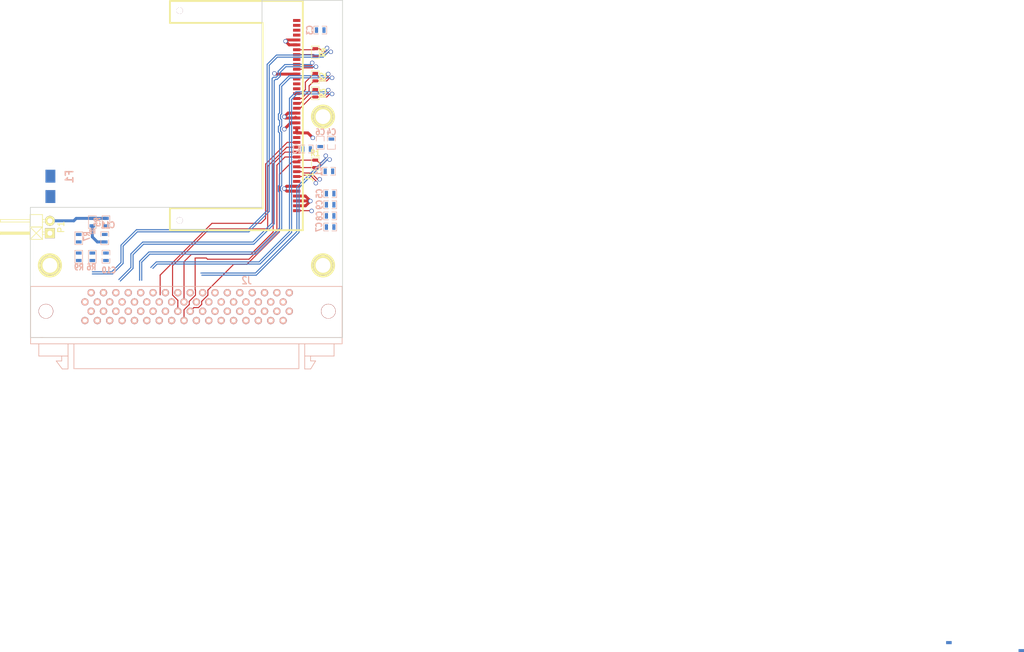
<source format=kicad_pcb>
(kicad_pcb (version 4) (host pcbnew "(2015-06-12 BZR 5734)-product")

  (general
    (links 95)
    (no_connects 64)
    (area 80.373999 49.198419 151.401001 125.706001)
    (thickness 1.6)
    (drawings 8)
    (tracks 323)
    (zones 0)
    (modules 27)
    (nets 58)
  )

  (page A4)
  (title_block
    (title "CMS ROC Testbeam Adapter")
    (date "Mi 08 Okt 2014")
    (rev 01)
    (company DESY)
  )

  (layers
    (0 F.Cu signal)
    (1 In1.Cu power)
    (2 In2.Cu power)
    (31 B.Cu signal)
    (32 B.Adhes user)
    (33 F.Adhes user)
    (34 B.Paste user)
    (35 F.Paste user)
    (36 B.SilkS user)
    (37 F.SilkS user)
    (38 B.Mask user)
    (39 F.Mask user)
    (40 Dwgs.User user)
    (41 Cmts.User user)
    (42 Eco1.User user)
    (43 Eco2.User user)
    (44 Edge.Cuts user)
  )

  (setup
    (last_trace_width 0.22)
    (user_trace_width 0.22)
    (user_trace_width 0.254)
    (user_trace_width 0.391)
    (user_trace_width 0.5)
    (user_trace_width 0.6)
    (user_trace_width 1)
    (trace_clearance 0.22)
    (zone_clearance 0.508)
    (zone_45_only yes)
    (trace_min 0.22)
    (segment_width 0.2)
    (edge_width 0.15)
    (via_size 0.889)
    (via_drill 0.635)
    (via_min_size 0.889)
    (via_min_drill 0.508)
    (blind_buried_vias_allowed yes)
    (uvia_size 0.508)
    (uvia_drill 0.127)
    (uvias_allowed no)
    (uvia_min_size 0.508)
    (uvia_min_drill 0.127)
    (pcb_text_width 0.3)
    (pcb_text_size 1 1)
    (mod_edge_width 0.15)
    (mod_text_size 1 1)
    (mod_text_width 0.15)
    (pad_size 1.5 1.5)
    (pad_drill 0)
    (pad_to_mask_clearance 0.07)
    (solder_mask_min_width 0.07)
    (aux_axis_origin 87 119)
    (grid_origin 87 119)
    (visible_elements FFFFF77F)
    (pcbplotparams
      (layerselection 0x001fc_80000001)
      (usegerberextensions false)
      (excludeedgelayer true)
      (linewidth 0.150000)
      (plotframeref false)
      (viasonmask false)
      (mode 1)
      (useauxorigin false)
      (hpglpennumber 1)
      (hpglpenspeed 20)
      (hpglpendiameter 15)
      (hpglpenoverlay 2)
      (psnegative false)
      (psa4output false)
      (plotreference true)
      (plotvalue true)
      (plotinvisibletext false)
      (padsonsilk false)
      (subtractmaskfromsilk false)
      (outputformat 1)
      (mirror false)
      (drillshape 0)
      (scaleselection 1)
      (outputdirectory 10766-00-gerber-files/))
  )

  (net 0 "")
  (net 1 GND)
  (net 2 VA)
  (net 3 VD)
  (net 4 AIN1)
  (net 5 AIN0)
  (net 6 AIN2)
  (net 7 RTD-)
  (net 8 "Net-(C1-Pad2)")
  (net 9 "Net-(C2-Pad2)")
  (net 10 "Net-(C3-Pad2)")
  (net 11 RTD+)
  (net 12 "Net-(F1-Pad2)")
  (net 13 HV)
  (net 14 TOUT-)
  (net 15 TOUT+)
  (net 16 I2C_DAT-)
  (net 17 I2C_DAT+)
  (net 18 I2C_A0)
  (net 19 I2C_A1)
  (net 20 I2C_A2)
  (net 21 I2C_A3)
  (net 22 CLK-)
  (net 23 CLK+)
  (net 24 CTR-)
  (net 25 CTR+)
  (net 26 SOUT-)
  (net 27 SOUT+)
  (net 28 RESET)
  (net 29 TIN-)
  (net 30 TIN+)
  (net 31 "Net-(J2-Pad10)")
  (net 32 "Net-(J2-Pad11)")
  (net 33 "Net-(J2-Pad13)")
  (net 34 "Net-(J2-Pad14)")
  (net 35 "Net-(J2-Pad16)")
  (net 36 "Net-(J2-Pad17)")
  (net 37 "Net-(J2-Pad48)")
  (net 38 "Net-(J2-Pad49)")
  (net 39 "Net-(J2-Pad50)")
  (net 40 "Net-(J2-Pad51)")
  (net 41 "Net-(J2-Pad52)")
  (net 42 "Net-(J2-Pad53)")
  (net 43 "Net-(J2-Pad54)")
  (net 44 "Net-(J2-Pad55)")
  (net 45 "Net-(J2-Pad56)")
  (net 46 "Net-(J2-Pad61)")
  (net 47 "Net-(J2-Pad62)")
  (net 48 "Net-(J2-Pad63)")
  (net 49 "Net-(J2-Pad65)")
  (net 50 "Net-(J2-Pad66)")
  (net 51 "Net-(J2-Pad67)")
  (net 52 "Net-(R6-Pad2)")
  (net 53 "Net-(J1-Pad1)")
  (net 54 "Net-(J1-Pad3)")
  (net 55 "Net-(J1-Pad4)")
  (net 56 "Net-(J1-Pad13)")
  (net 57 "Net-(J1-Pad14)")

  (net_class Default "This is the default net class."
    (clearance 0.22)
    (trace_width 0.22)
    (via_dia 0.889)
    (via_drill 0.635)
    (uvia_dia 0.508)
    (uvia_drill 0.127)
    (add_net AIN0)
    (add_net AIN1)
    (add_net AIN2)
    (add_net CLK+)
    (add_net CLK-)
    (add_net CTR+)
    (add_net CTR-)
    (add_net HV)
    (add_net I2C_A0)
    (add_net I2C_A1)
    (add_net I2C_A2)
    (add_net I2C_A3)
    (add_net I2C_DAT+)
    (add_net I2C_DAT-)
    (add_net "Net-(C1-Pad2)")
    (add_net "Net-(C2-Pad2)")
    (add_net "Net-(C3-Pad2)")
    (add_net "Net-(F1-Pad2)")
    (add_net "Net-(J1-Pad1)")
    (add_net "Net-(J1-Pad13)")
    (add_net "Net-(J1-Pad14)")
    (add_net "Net-(J1-Pad3)")
    (add_net "Net-(J1-Pad4)")
    (add_net "Net-(J2-Pad10)")
    (add_net "Net-(J2-Pad11)")
    (add_net "Net-(J2-Pad13)")
    (add_net "Net-(J2-Pad14)")
    (add_net "Net-(J2-Pad16)")
    (add_net "Net-(J2-Pad17)")
    (add_net "Net-(J2-Pad48)")
    (add_net "Net-(J2-Pad49)")
    (add_net "Net-(J2-Pad50)")
    (add_net "Net-(J2-Pad51)")
    (add_net "Net-(J2-Pad52)")
    (add_net "Net-(J2-Pad53)")
    (add_net "Net-(J2-Pad54)")
    (add_net "Net-(J2-Pad55)")
    (add_net "Net-(J2-Pad56)")
    (add_net "Net-(J2-Pad61)")
    (add_net "Net-(J2-Pad62)")
    (add_net "Net-(J2-Pad63)")
    (add_net "Net-(J2-Pad65)")
    (add_net "Net-(J2-Pad66)")
    (add_net "Net-(J2-Pad67)")
    (add_net "Net-(R6-Pad2)")
    (add_net RESET)
    (add_net RTD+)
    (add_net RTD-)
    (add_net SOUT+)
    (add_net SOUT-)
    (add_net TIN+)
    (add_net TIN-)
    (add_net TOUT+)
    (add_net TOUT-)
    (add_net VA)
  )

  (net_class Power ""
    (clearance 0.22)
    (trace_width 0.5)
    (via_dia 0.889)
    (via_drill 0.635)
    (uvia_dia 0.508)
    (uvia_drill 0.127)
    (add_net GND)
    (add_net VD)
  )

  (net_class Thick ""
    (clearance 0.391)
    (trace_width 0.391)
    (via_dia 0.889)
    (via_drill 0.635)
    (uvia_dia 0.508)
    (uvia_drill 0.127)
  )

  (module Conn40:40_PIN_EDGE_CONNECTOR_MINI_CARD_BACKSIDE locked (layer B.Cu) (tedit 543FE01E) (tstamp 55706F28)
    (at 141.61 73.28 90)
    (descr 40_PIN_EDGE_CONNECTOR_MINI_CARD_BACKSIDE)
    (tags "40 PIN EDGE CONNECTOR MINI CARD")
    (path /542D50A0)
    (attr smd)
    (fp_text reference J1 (at -12.55 2.65 90) (layer F.SilkS)
      (effects (font (size 1.5 1.2) (thickness 0.25)))
    )
    (fp_text value "" (at 0 -28.8925 90) (layer B.SilkS) hide
      (effects (font (thickness 0.3048)) (justify mirror))
    )
    (fp_line (start 18.9992 -25.99944) (end 23.50008 -25.99944) (layer F.SilkS) (width 0.381))
    (fp_line (start -18.9992 -25.99944) (end -23.50008 -25.99944) (layer F.SilkS) (width 0.381))
    (fp_line (start -18.9992 -7.00024) (end 18.9992 -7.00024) (layer F.SilkS) (width 0.381))
    (fp_line (start 23.50008 1.27076) (end 23.50008 -25.99944) (layer F.SilkS) (width 0.381))
    (fp_line (start 18.9992 -25.99944) (end 18.9992 -7.00024) (layer F.SilkS) (width 0.381))
    (fp_line (start -19.00174 -7.00024) (end -19.00174 -25.99944) (layer F.SilkS) (width 0.381))
    (fp_line (start -23.50008 -25.99944) (end -23.50008 1.27076) (layer F.SilkS) (width 0.381))
    (fp_line (start -23.50008 1.25476) (end 23.50008 1.25476) (layer F.SilkS) (width 0.381))
    (pad 1 smd rect (at 19.49958 0 90) (size 0.59944 1.50114) (layers F.Cu F.Paste F.Mask)
      (net 53 "Net-(J1-Pad1)"))
    (pad "" thru_hole circle (at -21.5011 -24.00046 90) (size 1.30048 1.30048) (drill 1.30048) (layers *.Cu *.Mask B.SilkS))
    (pad "" thru_hole circle (at 21.49856 -24.00046 90) (size 1.30048 1.30048) (drill 1.30048) (layers *.Cu *.Mask B.SilkS))
    (pad 2 smd rect (at 18.49882 0 90) (size 0.59944 1.50114) (layers F.Cu F.Paste F.Mask)
      (net 6 AIN2))
    (pad 3 smd rect (at 17.5006 0 90) (size 0.59944 1.50114) (layers F.Cu F.Paste F.Mask)
      (net 54 "Net-(J1-Pad3)"))
    (pad 4 smd rect (at 16.49984 0 90) (size 0.59944 1.50114) (layers F.Cu F.Paste F.Mask)
      (net 55 "Net-(J1-Pad4)"))
    (pad 5 smd rect (at 15.49908 0 90) (size 0.59944 1.50114) (layers F.Cu F.Paste F.Mask)
      (net 1 GND))
    (pad 6 smd rect (at 14.50086 0 90) (size 0.59944 1.50114) (layers F.Cu F.Paste F.Mask)
      (net 1 GND))
    (pad 7 smd rect (at 13.5001 0 90) (size 0.59944 1.50114) (layers F.Cu F.Paste F.Mask)
      (net 30 TIN+))
    (pad 8 smd rect (at 12.49934 0 90) (size 0.59944 1.50114) (layers F.Cu F.Paste F.Mask)
      (net 29 TIN-))
    (pad 9 smd rect (at 11.50112 0 90) (size 0.59944 1.50114) (layers F.Cu F.Paste F.Mask)
      (net 28 RESET))
    (pad 10 smd rect (at 10.50036 0 90) (size 0.59944 1.50114) (layers F.Cu F.Paste F.Mask)
      (net 27 SOUT+))
    (pad 11 smd rect (at 9.4996 0 90) (size 0.59944 1.50114) (layers F.Cu F.Paste F.Mask)
      (net 26 SOUT-))
    (pad 12 smd rect (at 8.49884 0 90) (size 0.59944 1.50114) (layers F.Cu F.Paste F.Mask)
      (net 1 GND))
    (pad 13 smd rect (at 7.50062 0 90) (size 0.59944 1.50114) (layers F.Cu F.Paste F.Mask)
      (net 56 "Net-(J1-Pad13)"))
    (pad 14 smd rect (at 6.49986 0 90) (size 0.59944 1.50114) (layers F.Cu F.Paste F.Mask)
      (net 57 "Net-(J1-Pad14)"))
    (pad 15 smd rect (at 5.4991 0 90) (size 0.59944 1.50114) (layers F.Cu F.Paste F.Mask)
      (net 10 "Net-(C3-Pad2)"))
    (pad 16 smd rect (at 4.50088 0 90) (size 0.59944 1.50114) (layers F.Cu F.Paste F.Mask)
      (net 25 CTR+))
    (pad 17 smd rect (at 3.50012 0 90) (size 0.59944 1.50114) (layers F.Cu F.Paste F.Mask)
      (net 24 CTR-))
    (pad 18 smd rect (at 2.49936 0 90) (size 0.59944 1.50114) (layers F.Cu F.Paste F.Mask)
      (net 23 CLK+))
    (pad 19 smd rect (at 1.50114 0 90) (size 0.59944 1.50114) (layers F.Cu F.Paste F.Mask)
      (net 22 CLK-))
    (pad 20 smd rect (at 0.50038 0 90) (size 0.59944 1.50114) (layers F.Cu F.Paste F.Mask)
      (net 2 VA))
    (pad 21 smd rect (at -0.50038 0 90) (size 0.59944 1.50114) (layers F.Cu F.Paste F.Mask)
      (net 2 VA))
    (pad 22 smd rect (at -1.50114 0 90) (size 0.59944 1.50114) (layers F.Cu F.Paste F.Mask)
      (net 3 VD))
    (pad 23 smd rect (at -2.49936 0 90) (size 0.59944 1.50114) (layers F.Cu F.Paste F.Mask)
      (net 1 GND))
    (pad 24 smd rect (at -3.50012 0 90) (size 0.59944 1.50114) (layers F.Cu F.Paste F.Mask)
      (net 1 GND))
    (pad 25 smd rect (at -4.50088 0 90) (size 0.59944 1.50114) (layers F.Cu F.Paste F.Mask)
      (net 9 "Net-(C2-Pad2)"))
    (pad 26 smd rect (at -5.4991 0 90) (size 0.59944 1.50114) (layers F.Cu F.Paste F.Mask)
      (net 21 I2C_A3))
    (pad 27 smd rect (at -6.49986 0 90) (size 0.59944 1.50114) (layers F.Cu F.Paste F.Mask)
      (net 20 I2C_A2))
    (pad 28 smd rect (at -7.50062 0 90) (size 0.59944 1.50114) (layers F.Cu F.Paste F.Mask)
      (net 19 I2C_A1))
    (pad 29 smd rect (at -8.49884 0 90) (size 0.59944 1.50114) (layers F.Cu F.Paste F.Mask)
      (net 18 I2C_A0))
    (pad 30 smd rect (at -9.4996 0 90) (size 0.59944 1.50114) (layers F.Cu F.Paste F.Mask)
      (net 17 I2C_DAT+))
    (pad 31 smd rect (at -10.50036 0 90) (size 0.59944 1.50114) (layers F.Cu F.Paste F.Mask)
      (net 16 I2C_DAT-))
    (pad 32 smd rect (at -11.50112 0 90) (size 0.59944 1.50114) (layers F.Cu F.Paste F.Mask)
      (net 15 TOUT+))
    (pad 33 smd rect (at -12.49934 0 90) (size 0.59944 1.50114) (layers F.Cu F.Paste F.Mask)
      (net 14 TOUT-))
    (pad 34 smd rect (at -13.5001 0 90) (size 0.59944 1.50114) (layers F.Cu F.Paste F.Mask)
      (net 8 "Net-(C1-Pad2)"))
    (pad 35 smd rect (at -14.50086 0 90) (size 0.59944 1.50114) (layers F.Cu F.Paste F.Mask)
      (net 3 VD))
    (pad 36 smd rect (at -15.49908 0 90) (size 0.59944 1.50114) (layers F.Cu F.Paste F.Mask)
      (net 3 VD))
    (pad 37 smd rect (at -16.49984 0 90) (size 0.59944 1.50114) (layers F.Cu F.Paste F.Mask)
      (net 1 GND))
    (pad 38 smd rect (at -17.5006 0 90) (size 0.59944 1.50114) (layers F.Cu F.Paste F.Mask)
      (net 1 GND))
    (pad 39 smd rect (at -18.49882 0 90) (size 0.59944 1.50114) (layers F.Cu F.Paste F.Mask)
      (net 1 GND))
    (pad 40 smd rect (at -19.49958 0 90) (size 0.59944 1.50114) (layers F.Cu F.Paste F.Mask)
      (net 13 HV))
  )

  (module Fuse_Holders_and_Fuses:Fuse_SMD1206_HandSoldering (layer B.Cu) (tedit 543FDF2B) (tstamp 5433D8D6)
    (at 91.1 87.8 270)
    (descr "Fuse, Sicherung, SMD1206, Littlefuse-Wickmann 433 Series, Hand Soldering,")
    (tags "Fuse, Sicherung, SMD1206,  Littlefuse-Wickmann 433 Series, Hand Soldering,")
    (path /53DF47B7)
    (attr smd)
    (fp_text reference F1 (at -2 -3.9 270) (layer B.SilkS)
      (effects (font (thickness 0.3048)) (justify mirror))
    )
    (fp_text value "" (at -0.14986 -2.49936 270) (layer B.SilkS) hide
      (effects (font (thickness 0.3048)) (justify mirror))
    )
    (pad 1 smd rect (at -2.08534 0 180) (size 2.02946 2.65176) (layers B.Cu B.Paste B.Mask)
      (net 11 RTD+))
    (pad 2 smd rect (at 2.08534 0 180) (size 2.02946 2.65176) (layers B.Cu B.Paste B.Mask)
      (net 12 "Net-(F1-Pad2)"))
  )

  (module Adapter:SCSI68 locked (layer B.Cu) (tedit 543FDEFF) (tstamp 53DFD7AD)
    (at 118.5 111.5 180)
    (path /53E9F7ED)
    (fp_text reference J2 (at -12.85 4.4 180) (layer B.SilkS)
      (effects (font (size 1.5 1.2) (thickness 0.25)) (justify mirror))
    )
    (fp_text value "" (at 0.05 -12.15 180) (layer B.SilkS) hide
      (effects (font (size 1 1) (thickness 0.15)) (justify mirror))
    )
    (fp_line (start 26.2 -12.1) (end 25.08 -12.1) (layer B.SilkS) (width 0.15))
    (fp_line (start 24.99 -13.73) (end 26.2 -12.1) (layer B.SilkS) (width 0.15))
    (fp_line (start 29.78 -8.6) (end 29.78 -11.09) (layer B.SilkS) (width 0.15))
    (fp_line (start 23.78 -11.09) (end 29.78 -11.09) (layer B.SilkS) (width 0.15))
    (fp_line (start 23.78 -8.6) (end 23.78 -13.66) (layer B.SilkS) (width 0.15))
    (fp_line (start 23.78 -13.74) (end 24.98 -13.74) (layer B.SilkS) (width 0.15))
    (fp_line (start 25.08 -11.09) (end 25.08 -12.09) (layer B.SilkS) (width 0.15))
    (fp_line (start -25.96 -11.09) (end -25.96 -12.09) (layer B.SilkS) (width 0.15))
    (fp_line (start -25.96 -12.09) (end -26.98 -12.09) (layer B.SilkS) (width 0.15))
    (fp_line (start -26.98 -12.09) (end -25.99 -13.72) (layer B.SilkS) (width 0.15))
    (fp_line (start -30.77 -8.58) (end -30.77 -11.09) (layer B.SilkS) (width 0.15))
    (fp_line (start -30.77 -11.09) (end -24.76 -11.09) (layer B.SilkS) (width 0.15))
    (fp_line (start -24.76 -13.74) (end -25.98 -13.74) (layer B.SilkS) (width 0.15))
    (fp_line (start -24.75 -8.6) (end -24.75 -13.74) (layer B.SilkS) (width 0.15))
    (fp_line (start 31.455 3.2) (end 31.455 -8.58) (layer B.SilkS) (width 0.15))
    (fp_line (start -32.425 -8.56) (end -32.425 3.18) (layer B.SilkS) (width 0.15))
    (fp_line (start 22.58 -13.69) (end 22.58 -8.62) (layer B.SilkS) (width 0.15))
    (fp_line (start -23.55 -13.67) (end -23.55 -8.58) (layer B.SilkS) (width 0.15))
    (fp_line (start -23.55 -13.69) (end 22.58 -13.69) (layer B.SilkS) (width 0.15))
    (fp_line (start -32.425 3.18) (end 31.455 3.18) (layer B.SilkS) (width 0.15))
    (fp_line (start -32.425 -8.58) (end 31.455 -8.58) (layer B.SilkS) (width 0.15))
    (fp_line (start -32.435 -7.31) (end 31.445 -7.31) (layer B.SilkS) (width 0.15))
    (fp_line (start 28.89 -7.31) (end 29.39 -7.31) (layer B.SilkS) (width 0.15))
    (pad 1 thru_hole circle (at 20.32 0 180) (size 1.5 1.5) (drill 0.86) (layers *.Cu *.Mask B.SilkS)
      (net 1 GND))
    (pad 2 thru_hole circle (at 20.32 -3.81 180) (size 1.5 1.5) (drill 0.86) (layers *.Cu *.Mask B.SilkS)
      (net 30 TIN+))
    (pad 3 thru_hole circle (at 19.05 1.905 180) (size 1.5 1.5) (drill 0.86) (layers *.Cu *.Mask B.SilkS)
      (net 29 TIN-))
    (pad 4 thru_hole circle (at 19.05 -1.905 180) (size 1.5 1.5) (drill 0.86) (layers *.Cu *.Mask B.SilkS)
      (net 1 GND))
    (pad 5 thru_hole circle (at 17.78 0 180) (size 1.5 1.5) (drill 0.86) (layers *.Cu *.Mask B.SilkS)
      (net 28 RESET))
    (pad 6 thru_hole circle (at 17.78 -3.81 180) (size 1.5 1.5) (drill 0.86) (layers *.Cu *.Mask B.SilkS)
      (net 1 GND))
    (pad 7 thru_hole circle (at 16.51 1.905 180) (size 1.5 1.5) (drill 0.86) (layers *.Cu *.Mask B.SilkS)
      (net 27 SOUT+))
    (pad 8 thru_hole circle (at 16.51 -1.905 180) (size 1.5 1.5) (drill 0.86) (layers *.Cu *.Mask B.SilkS)
      (net 26 SOUT-))
    (pad 9 thru_hole circle (at 15.24 0 180) (size 1.5 1.5) (drill 0.86) (layers *.Cu *.Mask B.SilkS)
      (net 1 GND))
    (pad 10 thru_hole circle (at 15.24 -3.81 180) (size 1.5 1.5) (drill 0.86) (layers *.Cu *.Mask B.SilkS)
      (net 31 "Net-(J2-Pad10)"))
    (pad 11 thru_hole circle (at 13.97 1.905 180) (size 1.5 1.5) (drill 0.86) (layers *.Cu *.Mask B.SilkS)
      (net 32 "Net-(J2-Pad11)"))
    (pad 12 thru_hole circle (at 13.97 -1.905 180) (size 1.5 1.5) (drill 0.86) (layers *.Cu *.Mask B.SilkS)
      (net 1 GND))
    (pad 13 thru_hole circle (at 12.7 0 180) (size 1.5 1.5) (drill 0.86) (layers *.Cu *.Mask B.SilkS)
      (net 33 "Net-(J2-Pad13)"))
    (pad 14 thru_hole circle (at 12.7 -3.81 180) (size 1.5 1.5) (drill 0.86) (layers *.Cu *.Mask B.SilkS)
      (net 34 "Net-(J2-Pad14)"))
    (pad 15 thru_hole circle (at 11.43 1.905 180) (size 1.5 1.5) (drill 0.86) (layers *.Cu *.Mask B.SilkS)
      (net 1 GND))
    (pad 16 thru_hole circle (at 11.43 -1.905 180) (size 1.5 1.5) (drill 0.86) (layers *.Cu *.Mask B.SilkS)
      (net 35 "Net-(J2-Pad16)"))
    (pad 17 thru_hole circle (at 10.16 0 180) (size 1.5 1.5) (drill 0.86) (layers *.Cu *.Mask B.SilkS)
      (net 36 "Net-(J2-Pad17)"))
    (pad 18 thru_hole circle (at 10.16 -3.81 180) (size 1.5 1.5) (drill 0.86) (layers *.Cu *.Mask B.SilkS)
      (net 1 GND))
    (pad 19 thru_hole circle (at 8.89 1.905 180) (size 1.5 1.5) (drill 0.86) (layers *.Cu *.Mask B.SilkS)
      (net 25 CTR+))
    (pad 20 thru_hole circle (at 8.89 -1.905 180) (size 1.5 1.5) (drill 0.86) (layers *.Cu *.Mask B.SilkS)
      (net 24 CTR-))
    (pad 21 thru_hole circle (at 7.62 0 180) (size 1.5 1.5) (drill 0.86) (layers *.Cu *.Mask B.SilkS)
      (net 1 GND))
    (pad 22 thru_hole circle (at 7.62 -3.81 180) (size 1.5 1.5) (drill 0.86) (layers *.Cu *.Mask B.SilkS)
      (net 23 CLK+))
    (pad 23 thru_hole circle (at 6.35 1.905 180) (size 1.5 1.5) (drill 0.86) (layers *.Cu *.Mask B.SilkS)
      (net 22 CLK-))
    (pad 24 thru_hole circle (at 6.35 -1.905 180) (size 1.5 1.5) (drill 0.86) (layers *.Cu *.Mask B.SilkS)
      (net 1 GND))
    (pad 25 thru_hole circle (at 5.08 0 180) (size 1.5 1.5) (drill 0.86) (layers *.Cu *.Mask B.SilkS)
      (net 2 VA))
    (pad 26 thru_hole circle (at 5.08 -3.81 180) (size 1.5 1.5) (drill 0.86) (layers *.Cu *.Mask B.SilkS)
      (net 2 VA))
    (pad 27 thru_hole circle (at 3.81 1.905 180) (size 1.5 1.5) (drill 0.86) (layers *.Cu *.Mask B.SilkS)
      (net 2 VA))
    (pad 28 thru_hole circle (at 3.81 -1.905 180) (size 1.5 1.5) (drill 0.86) (layers *.Cu *.Mask B.SilkS)
      (net 2 VA))
    (pad 29 thru_hole circle (at 2.54 0 180) (size 1.5 1.5) (drill 0.86) (layers *.Cu *.Mask B.SilkS)
      (net 3 VD))
    (pad 30 thru_hole circle (at 2.54 -3.81 180) (size 1.5 1.5) (drill 0.86) (layers *.Cu *.Mask B.SilkS)
      (net 1 GND))
    (pad 31 thru_hole circle (at 1.27 1.905 180) (size 1.5 1.5) (drill 0.86) (layers *.Cu *.Mask B.SilkS)
      (net 21 I2C_A3))
    (pad 32 thru_hole circle (at 1.27 -1.905 180) (size 1.5 1.5) (drill 0.86) (layers *.Cu *.Mask B.SilkS)
      (net 20 I2C_A2))
    (pad 33 thru_hole circle (at 0 0 180) (size 1.5 1.5) (drill 0.86) (layers *.Cu *.Mask B.SilkS)
      (net 19 I2C_A1))
    (pad 34 thru_hole circle (at 0 -3.81 180) (size 1.5 1.5) (drill 0.86) (layers *.Cu *.Mask B.SilkS)
      (net 18 I2C_A0))
    (pad 35 thru_hole circle (at -1.27 1.905 180) (size 1.5 1.5) (drill 0.86) (layers *.Cu *.Mask B.SilkS)
      (net 1 GND))
    (pad 36 thru_hole circle (at -1.27 -1.905 180) (size 1.5 1.5) (drill 0.86) (layers *.Cu *.Mask B.SilkS)
      (net 17 I2C_DAT+))
    (pad 37 thru_hole circle (at -2.54 0 180) (size 1.5 1.5) (drill 0.86) (layers *.Cu *.Mask B.SilkS)
      (net 16 I2C_DAT-))
    (pad 38 thru_hole circle (at -2.54 -3.81 180) (size 1.5 1.5) (drill 0.86) (layers *.Cu *.Mask B.SilkS)
      (net 1 GND))
    (pad 39 thru_hole circle (at -3.81 1.905 180) (size 1.5 1.5) (drill 0.86) (layers *.Cu *.Mask B.SilkS)
      (net 15 TOUT+))
    (pad 40 thru_hole circle (at -3.81 -1.905 180) (size 1.5 1.5) (drill 0.86) (layers *.Cu *.Mask B.SilkS)
      (net 14 TOUT-))
    (pad 41 thru_hole circle (at -5.08 0 180) (size 1.5 1.5) (drill 0.86) (layers *.Cu *.Mask B.SilkS)
      (net 1 GND))
    (pad 42 thru_hole circle (at -5.08 -3.81 180) (size 1.5 1.5) (drill 0.86) (layers *.Cu *.Mask B.SilkS)
      (net 3 VD))
    (pad 43 thru_hole circle (at -6.35 1.905 180) (size 1.5 1.5) (drill 0.86) (layers *.Cu *.Mask B.SilkS)
      (net 3 VD))
    (pad 44 thru_hole circle (at -6.35 -1.905 180) (size 1.5 1.5) (drill 0.86) (layers *.Cu *.Mask B.SilkS)
      (net 3 VD))
    (pad 45 thru_hole circle (at -7.62 0 180) (size 1.5 1.5) (drill 0.86) (layers *.Cu *.Mask B.SilkS)
      (net 3 VD))
    (pad 46 thru_hole circle (at -7.62 -3.81 180) (size 1.5 1.5) (drill 0.86) (layers *.Cu *.Mask B.SilkS)
      (net 1 GND))
    (pad 47 thru_hole circle (at -8.89 1.905 180) (size 1.5 1.5) (drill 0.86) (layers *.Cu *.Mask B.SilkS)
      (net 12 "Net-(F1-Pad2)"))
    (pad 48 thru_hole circle (at -8.89 -1.905 180) (size 1.5 1.5) (drill 0.86) (layers *.Cu *.Mask B.SilkS)
      (net 37 "Net-(J2-Pad48)"))
    (pad 49 thru_hole circle (at -10.16 0 180) (size 1.5 1.5) (drill 0.86) (layers *.Cu *.Mask B.SilkS)
      (net 38 "Net-(J2-Pad49)"))
    (pad 50 thru_hole circle (at -10.16 -3.81 180) (size 1.5 1.5) (drill 0.86) (layers *.Cu *.Mask B.SilkS)
      (net 39 "Net-(J2-Pad50)"))
    (pad 51 thru_hole circle (at -11.43 1.905 180) (size 1.5 1.5) (drill 0.86) (layers *.Cu *.Mask B.SilkS)
      (net 40 "Net-(J2-Pad51)"))
    (pad 52 thru_hole circle (at -11.43 -1.905 180) (size 1.5 1.5) (drill 0.86) (layers *.Cu *.Mask B.SilkS)
      (net 41 "Net-(J2-Pad52)"))
    (pad 53 thru_hole circle (at -12.7 0 180) (size 1.5 1.5) (drill 0.86) (layers *.Cu *.Mask B.SilkS)
      (net 42 "Net-(J2-Pad53)"))
    (pad 54 thru_hole circle (at -12.7 -3.81 180) (size 1.5 1.5) (drill 0.86) (layers *.Cu *.Mask B.SilkS)
      (net 43 "Net-(J2-Pad54)"))
    (pad 55 thru_hole circle (at -13.97 1.905 180) (size 1.5 1.5) (drill 0.86) (layers *.Cu *.Mask B.SilkS)
      (net 44 "Net-(J2-Pad55)"))
    (pad 56 thru_hole circle (at -13.97 -1.905 180) (size 1.5 1.5) (drill 0.86) (layers *.Cu *.Mask B.SilkS)
      (net 45 "Net-(J2-Pad56)"))
    (pad 57 thru_hole circle (at -15.24 0 180) (size 1.5 1.5) (drill 0.86) (layers *.Cu *.Mask B.SilkS)
      (net 5 AIN0))
    (pad 58 thru_hole circle (at -15.24 -3.81 180) (size 1.5 1.5) (drill 0.86) (layers *.Cu *.Mask B.SilkS)
      (net 4 AIN1))
    (pad 59 thru_hole circle (at -16.51 1.905 180) (size 1.5 1.5) (drill 0.86) (layers *.Cu *.Mask B.SilkS)
      (net 6 AIN2))
    (pad 60 thru_hole circle (at -16.51 -1.905 180) (size 1.5 1.5) (drill 0.86) (layers *.Cu *.Mask B.SilkS)
      (net 1 GND))
    (pad 61 thru_hole circle (at -17.78 0 180) (size 1.5 1.5) (drill 0.86) (layers *.Cu *.Mask B.SilkS)
      (net 46 "Net-(J2-Pad61)"))
    (pad 62 thru_hole circle (at -17.78 -3.81 180) (size 1.5 1.5) (drill 0.86) (layers *.Cu *.Mask B.SilkS)
      (net 47 "Net-(J2-Pad62)"))
    (pad 63 thru_hole circle (at -19.05 1.905 180) (size 1.5 1.5) (drill 0.86) (layers *.Cu *.Mask B.SilkS)
      (net 48 "Net-(J2-Pad63)"))
    (pad 64 thru_hole circle (at -19.05 -1.905 180) (size 1.5 1.5) (drill 0.86) (layers *.Cu *.Mask B.SilkS)
      (net 53 "Net-(J1-Pad1)"))
    (pad 65 thru_hole circle (at -20.32 0 180) (size 1.5 1.5) (drill 0.86) (layers *.Cu *.Mask B.SilkS)
      (net 49 "Net-(J2-Pad65)"))
    (pad 66 thru_hole circle (at -20.32 -3.81 180) (size 1.5 1.5) (drill 0.86) (layers *.Cu *.Mask B.SilkS)
      (net 50 "Net-(J2-Pad66)"))
    (pad 67 thru_hole circle (at -21.59 1.905 180) (size 1.5 1.5) (drill 0.86) (layers *.Cu *.Mask B.SilkS)
      (net 51 "Net-(J2-Pad67)"))
    (pad 68 thru_hole circle (at -21.59 -1.905 180) (size 1.5 1.5) (drill 0.86) (layers *.Cu *.Mask B.SilkS)
      (net 13 HV))
    (pad "" np_thru_hole circle (at -29.59 -1.905 180) (size 3 3) (drill 2.77) (layers *.Cu *.Mask B.SilkS))
    (pad "" np_thru_hole circle (at 28.32 -1.905 180) (size 3 3) (drill 2.77) (layers *.Cu *.Mask B.SilkS))
  )

  (module Connect:1pin locked (layer F.Cu) (tedit 543FDF63) (tstamp 53EA2071)
    (at 147 73.5)
    (descr "module 1 pin (ou trou mecanique de percage)")
    (tags DEV)
    (fp_text reference "" (at 0 -3.048) (layer F.SilkS) hide
      (effects (font (size 1.016 1.016) (thickness 0.254)))
    )
    (fp_text value "" (at 0 2.794) (layer F.SilkS) hide
      (effects (font (size 1.016 1.016) (thickness 0.254)))
    )
    (fp_circle (center 0 0) (end 0 -2.286) (layer F.SilkS) (width 0.381))
    (pad "" np_thru_hole circle (at 0 0) (size 4.064 4.064) (drill 3.048) (layers *.Cu *.Mask F.SilkS))
  )

  (module Connect:1pin locked (layer F.Cu) (tedit 543FDF7C) (tstamp 53EA206A)
    (at 91 104)
    (descr "module 1 pin (ou trou mecanique de percage)")
    (tags DEV)
    (fp_text reference "" (at 0 -3.048) (layer F.SilkS) hide
      (effects (font (size 1.016 1.016) (thickness 0.254)))
    )
    (fp_text value "" (at 0 2.794) (layer F.SilkS) hide
      (effects (font (size 1.016 1.016) (thickness 0.254)))
    )
    (fp_circle (center 0 0) (end 0 -2.286) (layer F.SilkS) (width 0.381))
    (pad "" np_thru_hole circle (at 0 0) (size 4.064 4.064) (drill 3.048) (layers *.Cu *.Mask F.SilkS))
  )

  (module Connect:1pin locked (layer F.Cu) (tedit 543FDF70) (tstamp 53EA2063)
    (at 147 104)
    (descr "module 1 pin (ou trou mecanique de percage)")
    (tags DEV)
    (fp_text reference "" (at 0 -3.048) (layer F.SilkS) hide
      (effects (font (size 1.016 1.016) (thickness 0.254)))
    )
    (fp_text value "" (at 0 2.794) (layer F.SilkS) hide
      (effects (font (size 1.016 1.016) (thickness 0.254)))
    )
    (fp_circle (center 0 0) (end 0 -2.286) (layer F.SilkS) (width 0.381))
    (pad "" np_thru_hole circle (at 0 0) (size 4.064 4.064) (drill 3.048) (layers *.Cu *.Mask F.SilkS))
  )

  (module SMD0603-new:SM0603 placed (layer B.Cu) (tedit 543FC715) (tstamp 53EA22BB)
    (at 99.7 95.124 270)
    (path /53D8A6FB)
    (attr smd)
    (fp_text reference R8 (at 2 0 360) (layer B.SilkS)
      (effects (font (size 0.9 0.7) (thickness 0.175)) (justify mirror))
    )
    (fp_text value "10k 0.1%" (at 0 0 270) (layer B.SilkS) hide
      (effects (font (size 0.508 0.4572) (thickness 0.1143)) (justify mirror))
    )
    (fp_line (start -1.293 0.785) (end 1.293 0.785) (layer B.SilkS) (width 0.127))
    (fp_line (start 1.293 0.785) (end 1.293 -0.785) (layer B.SilkS) (width 0.127))
    (fp_line (start 1.293 -0.785) (end -1.293 -0.785) (layer B.SilkS) (width 0.127))
    (fp_line (start -1.293 -0.785) (end -1.293 0.785) (layer B.SilkS) (width 0.127))
    (pad 1 smd rect (at -0.762 0 270) (size 0.635 1.143) (layers B.Cu B.Paste B.Mask)
      (net 7 RTD-))
    (pad 2 smd rect (at 0.762 0 270) (size 0.635 1.143) (layers B.Cu B.Paste B.Mask)
      (net 1 GND))
    (model smd\resistors\R0603.wrl
      (at (xyz 0 0 0.001))
      (scale (xyz 0.5 0.5 0.5))
      (rotate (xyz 0 0 0))
    )
  )

  (module SMD0603-new:SM0603 placed (layer B.Cu) (tedit 543FC720) (tstamp 53EA22DC)
    (at 102.494 95.124 90)
    (path /53D8A20F)
    (attr smd)
    (fp_text reference R5 (at 0 -1.75 90) (layer B.SilkS)
      (effects (font (size 1.2 1) (thickness 0.25)) (justify mirror))
    )
    (fp_text value "10k 5%" (at 0 0 90) (layer B.SilkS) hide
      (effects (font (size 0.508 0.4572) (thickness 0.1143)) (justify mirror))
    )
    (fp_line (start -1.293 0.785) (end 1.293 0.785) (layer B.SilkS) (width 0.127))
    (fp_line (start 1.293 0.785) (end 1.293 -0.785) (layer B.SilkS) (width 0.127))
    (fp_line (start 1.293 -0.785) (end -1.293 -0.785) (layer B.SilkS) (width 0.127))
    (fp_line (start -1.293 -0.785) (end -1.293 0.785) (layer B.SilkS) (width 0.127))
    (pad 1 smd rect (at -0.762 0 90) (size 0.635 1.143) (layers B.Cu B.Paste B.Mask)
      (net 5 AIN0))
    (pad 2 smd rect (at 0.762 0 90) (size 0.635 1.143) (layers B.Cu B.Paste B.Mask)
      (net 7 RTD-))
    (model smd\resistors\R0603.wrl
      (at (xyz 0 0 0.001))
      (scale (xyz 0.5 0.5 0.5))
      (rotate (xyz 0 0 0))
    )
  )

  (module SMD0603-new:SM0603 placed (layer B.Cu) (tedit 543FC6B9) (tstamp 53EA22B0)
    (at 96.906 102.236 270)
    (path /53D8A710)
    (attr smd)
    (fp_text reference R9 (at 2.15 -0.05 360) (layer B.SilkS)
      (effects (font (size 1.2 1) (thickness 0.25)) (justify mirror))
    )
    (fp_text value "10k 0.1%" (at 0 0 270) (layer B.SilkS) hide
      (effects (font (size 0.508 0.4572) (thickness 0.1143)) (justify mirror))
    )
    (fp_line (start -1.293 0.785) (end 1.293 0.785) (layer B.SilkS) (width 0.127))
    (fp_line (start 1.293 0.785) (end 1.293 -0.785) (layer B.SilkS) (width 0.127))
    (fp_line (start 1.293 -0.785) (end -1.293 -0.785) (layer B.SilkS) (width 0.127))
    (fp_line (start -1.293 -0.785) (end -1.293 0.785) (layer B.SilkS) (width 0.127))
    (pad 1 smd rect (at -0.762 0 270) (size 0.635 1.143) (layers B.Cu B.Paste B.Mask)
      (net 52 "Net-(R6-Pad2)"))
    (pad 2 smd rect (at 0.762 0 270) (size 0.635 1.143) (layers B.Cu B.Paste B.Mask)
      (net 1 GND))
    (model smd\resistors\R0603.wrl
      (at (xyz 0 0 0.001))
      (scale (xyz 0.5 0.5 0.5))
      (rotate (xyz 0 0 0))
    )
  )

  (module SMD0603-new:SM0603 placed (layer B.Cu) (tedit 543FC6B1) (tstamp 53EA22D1)
    (at 99.7 102.236 90)
    (path /53D8A244)
    (attr smd)
    (fp_text reference R6 (at -2.15 -0.2 180) (layer B.SilkS)
      (effects (font (size 1.2 1) (thickness 0.25)) (justify mirror))
    )
    (fp_text value "10k 5%" (at 0 0 90) (layer B.SilkS) hide
      (effects (font (size 0.508 0.4572) (thickness 0.1143)) (justify mirror))
    )
    (fp_line (start -1.293 0.785) (end 1.293 0.785) (layer B.SilkS) (width 0.127))
    (fp_line (start 1.293 0.785) (end 1.293 -0.785) (layer B.SilkS) (width 0.127))
    (fp_line (start 1.293 -0.785) (end -1.293 -0.785) (layer B.SilkS) (width 0.127))
    (fp_line (start -1.293 -0.785) (end -1.293 0.785) (layer B.SilkS) (width 0.127))
    (pad 1 smd rect (at -0.762 0 90) (size 0.635 1.143) (layers B.Cu B.Paste B.Mask)
      (net 4 AIN1))
    (pad 2 smd rect (at 0.762 0 90) (size 0.635 1.143) (layers B.Cu B.Paste B.Mask)
      (net 52 "Net-(R6-Pad2)"))
    (model smd\resistors\R0603.wrl
      (at (xyz 0 0 0.001))
      (scale (xyz 0.5 0.5 0.5))
      (rotate (xyz 0 0 0))
    )
  )

  (module SMD0603-new:SM0603 placed (layer F.Cu) (tedit 543FC815) (tstamp 53EA22F2)
    (at 145.42 68.708 270)
    (path /5391E300)
    (attr smd)
    (fp_text reference R3 (at 0 -1.55 270) (layer F.SilkS)
      (effects (font (size 1.2 1) (thickness 0.25)))
    )
    (fp_text value 100R (at 0 0 270) (layer F.SilkS) hide
      (effects (font (size 0.508 0.4572) (thickness 0.1143)))
    )
    (fp_line (start -1.293 -0.785) (end 1.293 -0.785) (layer F.SilkS) (width 0.127))
    (fp_line (start 1.293 -0.785) (end 1.293 0.785) (layer F.SilkS) (width 0.127))
    (fp_line (start 1.293 0.785) (end -1.293 0.785) (layer F.SilkS) (width 0.127))
    (fp_line (start -1.293 0.785) (end -1.293 -0.785) (layer F.SilkS) (width 0.127))
    (pad 1 smd rect (at -0.762 0 270) (size 0.635 1.143) (layers F.Cu F.Paste F.Mask)
      (net 23 CLK+))
    (pad 2 smd rect (at 0.762 0 270) (size 0.635 1.143) (layers F.Cu F.Paste F.Mask)
      (net 22 CLK-))
    (model smd\resistors\R0603.wrl
      (at (xyz 0 0 0.001))
      (scale (xyz 0.5 0.5 0.5))
      (rotate (xyz 0 0 0))
    )
  )

  (module SMD0603-new:SM0603 placed (layer F.Cu) (tedit 543FC807) (tstamp 53EA22FD)
    (at 145.42 65.406 270)
    (path /5391E39C)
    (attr smd)
    (fp_text reference R2 (at 0 -1.55 270) (layer F.SilkS)
      (effects (font (size 1.2 1) (thickness 0.25)))
    )
    (fp_text value 100R (at 0 0 270) (layer F.SilkS) hide
      (effects (font (size 0.508 0.4572) (thickness 0.1143)))
    )
    (fp_line (start -1.293 -0.785) (end 1.293 -0.785) (layer F.SilkS) (width 0.127))
    (fp_line (start 1.293 -0.785) (end 1.293 0.785) (layer F.SilkS) (width 0.127))
    (fp_line (start 1.293 0.785) (end -1.293 0.785) (layer F.SilkS) (width 0.127))
    (fp_line (start -1.293 0.785) (end -1.293 -0.785) (layer F.SilkS) (width 0.127))
    (pad 1 smd rect (at -0.762 0 270) (size 0.635 1.143) (layers F.Cu F.Paste F.Mask)
      (net 25 CTR+))
    (pad 2 smd rect (at 0.762 0 270) (size 0.635 1.143) (layers F.Cu F.Paste F.Mask)
      (net 24 CTR-))
    (model smd\resistors\R0603.wrl
      (at (xyz 0 0 0.001))
      (scale (xyz 0.5 0.5 0.5))
      (rotate (xyz 0 0 0))
    )
  )

  (module SMD0603-new:SM0603 placed (layer F.Cu) (tedit 543FC7F8) (tstamp 53EA22E7)
    (at 145.42 60.326 270)
    (path /5391E4B4)
    (attr smd)
    (fp_text reference R4 (at 0 -1.55 270) (layer F.SilkS)
      (effects (font (size 1.2 1) (thickness 0.25)))
    )
    (fp_text value 100R (at 0 0 270) (layer F.SilkS) hide
      (effects (font (size 0.508 0.4572) (thickness 0.1143)))
    )
    (fp_line (start -1.293 -0.785) (end 1.293 -0.785) (layer F.SilkS) (width 0.127))
    (fp_line (start 1.293 -0.785) (end 1.293 0.785) (layer F.SilkS) (width 0.127))
    (fp_line (start 1.293 0.785) (end -1.293 0.785) (layer F.SilkS) (width 0.127))
    (fp_line (start -1.293 0.785) (end -1.293 -0.785) (layer F.SilkS) (width 0.127))
    (pad 1 smd rect (at -0.762 0 270) (size 0.635 1.143) (layers F.Cu F.Paste F.Mask)
      (net 30 TIN+))
    (pad 2 smd rect (at 0.762 0 270) (size 0.635 1.143) (layers F.Cu F.Paste F.Mask)
      (net 29 TIN-))
    (model smd\resistors\R0603.wrl
      (at (xyz 0 0 0.001))
      (scale (xyz 0.5 0.5 0.5))
      (rotate (xyz 0 0 0))
    )
  )

  (module SMD0603-new:SM0603_Capa placed (layer B.Cu) (tedit 543FC7AC) (tstamp 55706DDC)
    (at 148.468 93.854)
    (path /5391DD75)
    (attr smd)
    (fp_text reference C8 (at -2.2 0 90) (layer B.SilkS)
      (effects (font (size 1.2 1) (thickness 0.25)) (justify mirror))
    )
    (fp_text value 100nF (at 1.85 0 90) (layer B.SilkS) hide
      (effects (font (size 0.508 0.4572) (thickness 0.1143)) (justify mirror))
    )
    (fp_line (start 0.35038 -0.80024) (end 1.31888 -0.80024) (layer B.SilkS) (width 0.11938))
    (fp_line (start -0.35038 -0.80024) (end -1.31888 -0.80024) (layer B.SilkS) (width 0.11938))
    (fp_line (start 0.35038 0.80024) (end 1.31888 0.80024) (layer B.SilkS) (width 0.11938))
    (fp_line (start -1.31888 0.80024) (end -0.35038 0.80024) (layer B.SilkS) (width 0.11938))
    (fp_line (start 1.32388 0.785) (end 1.32388 -0.785) (layer B.SilkS) (width 0.11938))
    (fp_line (start -1.32388 -0.785) (end -1.32388 0.785) (layer B.SilkS) (width 0.11938))
    (pad 1 smd rect (at -0.762 0) (size 0.635 1.143) (layers B.Cu B.Paste B.Mask)
      (net 3 VD))
    (pad 2 smd rect (at 0.762 0) (size 0.635 1.143) (layers B.Cu B.Paste B.Mask)
      (net 1 GND))
    (model smd\capacitors\C0603.wrl
      (at (xyz 0 0 0.001))
      (scale (xyz 0.5 0.5 0.5))
      (rotate (xyz 0 0 0))
    )
  )

  (module SMD0603-new:SM0603_Capa placed (layer B.Cu) (tedit 543FC793) (tstamp 53EA2363)
    (at 148.468 89.282)
    (path /5391DD61)
    (attr smd)
    (fp_text reference C5 (at -2.2 0 90) (layer B.SilkS)
      (effects (font (size 1.2 1) (thickness 0.25)) (justify mirror))
    )
    (fp_text value 100nF (at 1.85 0 90) (layer B.SilkS) hide
      (effects (font (size 0.508 0.4572) (thickness 0.1143)) (justify mirror))
    )
    (fp_line (start 0.35038 -0.80024) (end 1.31888 -0.80024) (layer B.SilkS) (width 0.11938))
    (fp_line (start -0.35038 -0.80024) (end -1.31888 -0.80024) (layer B.SilkS) (width 0.11938))
    (fp_line (start 0.35038 0.80024) (end 1.31888 0.80024) (layer B.SilkS) (width 0.11938))
    (fp_line (start -1.31888 0.80024) (end -0.35038 0.80024) (layer B.SilkS) (width 0.11938))
    (fp_line (start 1.32388 0.785) (end 1.32388 -0.785) (layer B.SilkS) (width 0.11938))
    (fp_line (start -1.32388 -0.785) (end -1.32388 0.785) (layer B.SilkS) (width 0.11938))
    (pad 1 smd rect (at -0.762 0) (size 0.635 1.143) (layers B.Cu B.Paste B.Mask)
      (net 3 VD))
    (pad 2 smd rect (at 0.762 0) (size 0.635 1.143) (layers B.Cu B.Paste B.Mask)
      (net 1 GND))
    (model smd\capacitors\C0603.wrl
      (at (xyz 0 0 0.001))
      (scale (xyz 0.5 0.5 0.5))
      (rotate (xyz 0 0 0))
    )
  )

  (module SMD0603-new:SM0603_Capa placed (layer B.Cu) (tedit 543FC7BE) (tstamp 53EA232F)
    (at 148.468 91.568)
    (path /5391DD79)
    (attr smd)
    (fp_text reference C9 (at -2.2 0 90) (layer B.SilkS)
      (effects (font (size 1.2 1) (thickness 0.25)) (justify mirror))
    )
    (fp_text value 1uF (at 1.85 0 90) (layer B.SilkS) hide
      (effects (font (size 0.508 0.4572) (thickness 0.1143)) (justify mirror))
    )
    (fp_line (start 0.35038 -0.80024) (end 1.31888 -0.80024) (layer B.SilkS) (width 0.11938))
    (fp_line (start -0.35038 -0.80024) (end -1.31888 -0.80024) (layer B.SilkS) (width 0.11938))
    (fp_line (start 0.35038 0.80024) (end 1.31888 0.80024) (layer B.SilkS) (width 0.11938))
    (fp_line (start -1.31888 0.80024) (end -0.35038 0.80024) (layer B.SilkS) (width 0.11938))
    (fp_line (start 1.32388 0.785) (end 1.32388 -0.785) (layer B.SilkS) (width 0.11938))
    (fp_line (start -1.32388 -0.785) (end -1.32388 0.785) (layer B.SilkS) (width 0.11938))
    (pad 1 smd rect (at -0.762 0) (size 0.635 1.143) (layers B.Cu B.Paste B.Mask)
      (net 3 VD))
    (pad 2 smd rect (at 0.762 0) (size 0.635 1.143) (layers B.Cu B.Paste B.Mask)
      (net 1 GND))
    (model smd\capacitors\C0603.wrl
      (at (xyz 0 0 0.001))
      (scale (xyz 0.5 0.5 0.5))
      (rotate (xyz 0 0 0))
    )
  )

  (module SMD0603-new:SM0603_Capa placed (layer B.Cu) (tedit 557FF41A) (tstamp 53EA2370)
    (at 148.722 78.868 270)
    (path /5391DE4B)
    (attr smd)
    (fp_text reference C4 (at -2.2 0 360) (layer B.SilkS)
      (effects (font (size 1.2 1) (thickness 0.25)) (justify mirror))
    )
    (fp_text value 100nF (at 1.85 0 360) (layer B.SilkS) hide
      (effects (font (size 0.508 0.4572) (thickness 0.1143)) (justify mirror))
    )
    (fp_line (start 0.35038 -0.80024) (end 1.31888 -0.80024) (layer B.SilkS) (width 0.11938))
    (fp_line (start -0.35038 -0.80024) (end -1.31888 -0.80024) (layer B.SilkS) (width 0.11938))
    (fp_line (start 0.35038 0.80024) (end 1.31888 0.80024) (layer B.SilkS) (width 0.11938))
    (fp_line (start -1.31888 0.80024) (end -0.35038 0.80024) (layer B.SilkS) (width 0.11938))
    (fp_line (start 1.32388 0.785) (end 1.32388 -0.785) (layer B.SilkS) (width 0.11938))
    (fp_line (start -1.32388 -0.785) (end -1.32388 0.785) (layer B.SilkS) (width 0.11938))
    (pad 1 smd rect (at -0.762 0 270) (size 0.635 1.143) (layers B.Cu B.Paste B.Mask)
      (net 2 VA))
    (pad 2 smd rect (at 104.14 -141.478 270) (size 0.635 1.143) (layers B.Cu B.Paste B.Mask)
      (net 1 GND))
    (model smd\capacitors\C0603.wrl
      (at (xyz 0 0 0.001))
      (scale (xyz 0.5 0.5 0.5))
      (rotate (xyz 0 0 0))
    )
  )

  (module SMD0603-new:SM0603_Capa placed (layer B.Cu) (tedit 557EED6A) (tstamp 53EA2356)
    (at 146.436 78.868 270)
    (path /5391DE88)
    (attr smd)
    (fp_text reference C6 (at -2.2 0 360) (layer B.SilkS)
      (effects (font (size 1.2 1) (thickness 0.25)) (justify mirror))
    )
    (fp_text value 1uF (at 1.85 0 360) (layer B.SilkS) hide
      (effects (font (size 0.508 0.4572) (thickness 0.1143)) (justify mirror))
    )
    (fp_line (start 0.35038 -0.80024) (end 1.31888 -0.80024) (layer B.SilkS) (width 0.11938))
    (fp_line (start -0.35038 -0.80024) (end -1.31888 -0.80024) (layer B.SilkS) (width 0.11938))
    (fp_line (start 0.35038 0.80024) (end 1.31888 0.80024) (layer B.SilkS) (width 0.11938))
    (fp_line (start -1.31888 0.80024) (end -0.35038 0.80024) (layer B.SilkS) (width 0.11938))
    (fp_line (start 1.32388 0.785) (end 1.32388 -0.785) (layer B.SilkS) (width 0.11938))
    (fp_line (start -1.32388 -0.785) (end -1.32388 0.785) (layer B.SilkS) (width 0.11938))
    (pad 1 smd rect (at 102.49 -128.91 270) (size 0.635 1.143) (layers B.Cu B.Paste B.Mask)
      (net 2 VA))
    (pad 2 smd rect (at 0.762 0 270) (size 0.635 1.143) (layers B.Cu B.Paste B.Mask)
      (net 1 GND))
    (model smd\capacitors\C0603.wrl
      (at (xyz 0 0 0.001))
      (scale (xyz 0.5 0.5 0.5))
      (rotate (xyz 0 0 0))
    )
  )

  (module SMD0603-new:SM0603_Capa placed (layer B.Cu) (tedit 543FDEDD) (tstamp 53EA237D)
    (at 146.436 55.754 180)
    (path /5391E40D)
    (attr smd)
    (fp_text reference C3 (at 2.15 0 270) (layer B.SilkS)
      (effects (font (size 1.2 1) (thickness 0.25)) (justify mirror))
    )
    (fp_text value 100nF (at -1.85 0 270) (layer B.SilkS) hide
      (effects (font (size 0.508 0.4572) (thickness 0.1143)) (justify mirror))
    )
    (fp_line (start 0.35038 -0.80024) (end 1.31888 -0.80024) (layer B.SilkS) (width 0.11938))
    (fp_line (start -0.35038 -0.80024) (end -1.31888 -0.80024) (layer B.SilkS) (width 0.11938))
    (fp_line (start 0.35038 0.80024) (end 1.31888 0.80024) (layer B.SilkS) (width 0.11938))
    (fp_line (start -1.31888 0.80024) (end -0.35038 0.80024) (layer B.SilkS) (width 0.11938))
    (fp_line (start 1.32388 0.785) (end 1.32388 -0.785) (layer B.SilkS) (width 0.11938))
    (fp_line (start -1.32388 -0.785) (end -1.32388 0.785) (layer B.SilkS) (width 0.11938))
    (pad 1 smd rect (at -0.762 0 180) (size 0.635 1.143) (layers B.Cu B.Paste B.Mask)
      (net 1 GND))
    (pad 2 smd rect (at 0.762 0 180) (size 0.635 1.143) (layers B.Cu B.Paste B.Mask)
      (net 10 "Net-(C3-Pad2)"))
    (model smd\capacitors\C0603.wrl
      (at (xyz 0 0 0.001))
      (scale (xyz 0.5 0.5 0.5))
      (rotate (xyz 0 0 0))
    )
  )

  (module SMD0603-new:SM0603_Capa placed (layer B.Cu) (tedit 543FDEB9) (tstamp 53EA238A)
    (at 143.642 80.138 180)
    (path /5391E24E)
    (attr smd)
    (fp_text reference C2 (at 2.1 0 270) (layer B.SilkS)
      (effects (font (size 1.2 1) (thickness 0.25)) (justify mirror))
    )
    (fp_text value 100nF (at -1.85 0.05 270) (layer B.SilkS) hide
      (effects (font (size 0.508 0.4572) (thickness 0.1143)) (justify mirror))
    )
    (fp_line (start 0.35038 -0.80024) (end 1.31888 -0.80024) (layer B.SilkS) (width 0.11938))
    (fp_line (start -0.35038 -0.80024) (end -1.31888 -0.80024) (layer B.SilkS) (width 0.11938))
    (fp_line (start 0.35038 0.80024) (end 1.31888 0.80024) (layer B.SilkS) (width 0.11938))
    (fp_line (start -1.31888 0.80024) (end -0.35038 0.80024) (layer B.SilkS) (width 0.11938))
    (fp_line (start 1.32388 0.785) (end 1.32388 -0.785) (layer B.SilkS) (width 0.11938))
    (fp_line (start -1.32388 -0.785) (end -1.32388 0.785) (layer B.SilkS) (width 0.11938))
    (pad 1 smd rect (at -0.762 0 180) (size 0.635 1.143) (layers B.Cu B.Paste B.Mask)
      (net 1 GND))
    (pad 2 smd rect (at 0.762 0 180) (size 0.635 1.143) (layers B.Cu B.Paste B.Mask)
      (net 9 "Net-(C2-Pad2)"))
    (model smd\capacitors\C0603.wrl
      (at (xyz 0 0 0.001))
      (scale (xyz 0.5 0.5 0.5))
      (rotate (xyz 0 0 0))
    )
  )

  (module SMD0603-new:SM0603 placed (layer F.Cu) (tedit 543FC84A) (tstamp 53EA2308)
    (at 145.42 83.186 270)
    (path /5391E1C7)
    (attr smd)
    (fp_text reference R1 (at -2.2 0 540) (layer F.SilkS)
      (effects (font (size 1.2 1) (thickness 0.25)))
    )
    (fp_text value 100R (at 0 0 270) (layer F.SilkS) hide
      (effects (font (size 0.508 0.4572) (thickness 0.1143)))
    )
    (fp_line (start -1.293 -0.785) (end 1.293 -0.785) (layer F.SilkS) (width 0.127))
    (fp_line (start 1.293 -0.785) (end 1.293 0.785) (layer F.SilkS) (width 0.127))
    (fp_line (start 1.293 0.785) (end -1.293 0.785) (layer F.SilkS) (width 0.127))
    (fp_line (start -1.293 0.785) (end -1.293 -0.785) (layer F.SilkS) (width 0.127))
    (pad 1 smd rect (at -0.762 0 270) (size 0.635 1.143) (layers F.Cu F.Paste F.Mask)
      (net 17 I2C_DAT+))
    (pad 2 smd rect (at 0.762 0 270) (size 0.635 1.143) (layers F.Cu F.Paste F.Mask)
      (net 16 I2C_DAT-))
    (model smd\resistors\R0603.wrl
      (at (xyz 0 0 0.001))
      (scale (xyz 0.5 0.5 0.5))
      (rotate (xyz 0 0 0))
    )
  )

  (module SMD0603-new:SM0603_Capa placed (layer B.Cu) (tedit 543FC85D) (tstamp 542D62CA)
    (at 148.214 84.71)
    (path /5391DEE8)
    (attr smd)
    (fp_text reference C1 (at -2.1 -0.05 90) (layer B.SilkS)
      (effects (font (size 1.2 1) (thickness 0.25)) (justify mirror))
    )
    (fp_text value 100nF (at 1.85 0 90) (layer B.SilkS) hide
      (effects (font (size 0.508 0.4572) (thickness 0.1143)) (justify mirror))
    )
    (fp_line (start 0.35038 -0.80024) (end 1.31888 -0.80024) (layer B.SilkS) (width 0.11938))
    (fp_line (start -0.35038 -0.80024) (end -1.31888 -0.80024) (layer B.SilkS) (width 0.11938))
    (fp_line (start 0.35038 0.80024) (end 1.31888 0.80024) (layer B.SilkS) (width 0.11938))
    (fp_line (start -1.31888 0.80024) (end -0.35038 0.80024) (layer B.SilkS) (width 0.11938))
    (fp_line (start 1.32388 0.785) (end 1.32388 -0.785) (layer B.SilkS) (width 0.11938))
    (fp_line (start -1.32388 -0.785) (end -1.32388 0.785) (layer B.SilkS) (width 0.11938))
    (pad 1 smd rect (at -0.762 0) (size 0.635 1.143) (layers B.Cu B.Paste B.Mask)
      (net 1 GND))
    (pad 2 smd rect (at 0.762 0) (size 0.635 1.143) (layers B.Cu B.Paste B.Mask)
      (net 8 "Net-(C1-Pad2)"))
    (model smd\capacitors\C0603.wrl
      (at (xyz 0 0 0.001))
      (scale (xyz 0.5 0.5 0.5))
      (rotate (xyz 0 0 0))
    )
  )

  (module SMD0603-new:SM0603_Capa placed (layer B.Cu) (tedit 543FC6C8) (tstamp 5434E64E)
    (at 102.494 102.236 90)
    (path /53D8A1B7)
    (attr smd)
    (fp_text reference C10 (at -2.75 0.6 180) (layer B.SilkS)
      (effects (font (size 1.2 1) (thickness 0.25)) (justify mirror))
    )
    (fp_text value 100n (at 1.85 0 180) (layer B.SilkS) hide
      (effects (font (size 0.508 0.4572) (thickness 0.1143)) (justify mirror))
    )
    (fp_line (start 0.35038 -0.80024) (end 1.31888 -0.80024) (layer B.SilkS) (width 0.11938))
    (fp_line (start -0.35038 -0.80024) (end -1.31888 -0.80024) (layer B.SilkS) (width 0.11938))
    (fp_line (start 0.35038 0.80024) (end 1.31888 0.80024) (layer B.SilkS) (width 0.11938))
    (fp_line (start -1.31888 0.80024) (end -0.35038 0.80024) (layer B.SilkS) (width 0.11938))
    (fp_line (start 1.32388 0.785) (end 1.32388 -0.785) (layer B.SilkS) (width 0.11938))
    (fp_line (start -1.32388 -0.785) (end -1.32388 0.785) (layer B.SilkS) (width 0.11938))
    (pad 1 smd rect (at -0.762 0 90) (size 0.635 1.143) (layers B.Cu B.Paste B.Mask)
      (net 4 AIN1))
    (pad 2 smd rect (at 0.762 0 90) (size 0.635 1.143) (layers B.Cu B.Paste B.Mask)
      (net 1 GND))
    (model smd\capacitors\C0603.wrl
      (at (xyz 0 0 0.001))
      (scale (xyz 0.5 0.5 0.5))
      (rotate (xyz 0 0 0))
    )
  )

  (module SMD0603-new:SM0603_Capa placed (layer B.Cu) (tedit 543FC6D7) (tstamp 53EA2315)
    (at 102.24 98.426 270)
    (path /53D8A1DA)
    (attr smd)
    (fp_text reference C11 (at -2.7 -0.65 360) (layer B.SilkS)
      (effects (font (size 1.2 1) (thickness 0.25)) (justify mirror))
    )
    (fp_text value 100n (at 1.85 0 360) (layer B.SilkS) hide
      (effects (font (size 0.508 0.4572) (thickness 0.1143)) (justify mirror))
    )
    (fp_line (start 0.35038 -0.80024) (end 1.31888 -0.80024) (layer B.SilkS) (width 0.11938))
    (fp_line (start -0.35038 -0.80024) (end -1.31888 -0.80024) (layer B.SilkS) (width 0.11938))
    (fp_line (start 0.35038 0.80024) (end 1.31888 0.80024) (layer B.SilkS) (width 0.11938))
    (fp_line (start -1.31888 0.80024) (end -0.35038 0.80024) (layer B.SilkS) (width 0.11938))
    (fp_line (start 1.32388 0.785) (end 1.32388 -0.785) (layer B.SilkS) (width 0.11938))
    (fp_line (start -1.32388 -0.785) (end -1.32388 0.785) (layer B.SilkS) (width 0.11938))
    (pad 1 smd rect (at -0.762 0 270) (size 0.635 1.143) (layers B.Cu B.Paste B.Mask)
      (net 5 AIN0))
    (pad 2 smd rect (at 0.762 0 270) (size 0.635 1.143) (layers B.Cu B.Paste B.Mask)
      (net 1 GND))
    (model smd\capacitors\C0603.wrl
      (at (xyz 0 0 0.001))
      (scale (xyz 0.5 0.5 0.5))
      (rotate (xyz 0 0 0))
    )
  )

  (module Pin_Headers:Pin_Header_Angled_1x02 (layer F.Cu) (tedit 543FDFEF) (tstamp 5433D8EC)
    (at 91 96.13 90)
    (descr "Through hole pin header")
    (tags "pin header")
    (path /5406D80B)
    (fp_text reference P1 (at 0 2.286 90) (layer F.SilkS)
      (effects (font (size 1.27 1.27) (thickness 0.2032)))
    )
    (fp_text value "" (at 0 0 90) (layer F.SilkS) hide
      (effects (font (size 1.27 1.27) (thickness 0.2032)))
    )
    (fp_line (start 0 -4.064) (end -2.54 -1.524) (layer F.SilkS) (width 0.15))
    (fp_line (start -2.54 -4.064) (end 0 -1.524) (layer F.SilkS) (width 0.15))
    (fp_line (start -1.397 -4.191) (end -1.397 -10.033) (layer F.SilkS) (width 0.15))
    (fp_line (start -1.397 -10.033) (end -1.143 -10.033) (layer F.SilkS) (width 0.15))
    (fp_line (start -1.143 -10.033) (end -1.143 -4.191) (layer F.SilkS) (width 0.15))
    (fp_line (start -1.143 -4.191) (end -1.27 -4.191) (layer F.SilkS) (width 0.15))
    (fp_line (start -1.27 -4.191) (end -1.27 -10.033) (layer F.SilkS) (width 0.15))
    (fp_line (start -1.524 -1.524) (end -1.524 -1.143) (layer F.SilkS) (width 0.15))
    (fp_line (start -1.016 -1.524) (end -1.016 -1.143) (layer F.SilkS) (width 0.15))
    (fp_line (start 1.016 -1.524) (end 1.016 -1.143) (layer F.SilkS) (width 0.15))
    (fp_line (start 1.524 -1.524) (end 1.524 -1.143) (layer F.SilkS) (width 0.15))
    (fp_line (start -2.54 -1.524) (end -2.54 -4.064) (layer F.SilkS) (width 0.15))
    (fp_line (start 0 -1.524) (end 0 -4.064) (layer F.SilkS) (width 0.15))
    (fp_line (start 0 -1.524) (end 2.54 -1.524) (layer F.SilkS) (width 0.15))
    (fp_line (start 2.54 -1.524) (end 2.54 -4.064) (layer F.SilkS) (width 0.15))
    (fp_line (start 1.016 -4.064) (end 1.016 -10.16) (layer F.SilkS) (width 0.15))
    (fp_line (start 1.016 -10.16) (end 1.524 -10.16) (layer F.SilkS) (width 0.15))
    (fp_line (start 1.524 -10.16) (end 1.524 -4.064) (layer F.SilkS) (width 0.15))
    (fp_line (start 2.54 -4.064) (end 0 -4.064) (layer F.SilkS) (width 0.15))
    (fp_line (start 0 -4.064) (end -2.54 -4.064) (layer F.SilkS) (width 0.15))
    (fp_line (start -1.016 -10.16) (end -1.016 -4.064) (layer F.SilkS) (width 0.15))
    (fp_line (start -1.524 -10.16) (end -1.016 -10.16) (layer F.SilkS) (width 0.15))
    (fp_line (start -1.524 -4.064) (end -1.524 -10.16) (layer F.SilkS) (width 0.15))
    (fp_line (start 0 -1.524) (end 0 -4.064) (layer F.SilkS) (width 0.15))
    (fp_line (start -2.54 -1.524) (end 0 -1.524) (layer F.SilkS) (width 0.15))
    (pad 1 thru_hole rect (at -1.27 0 90) (size 2.032 2.032) (drill 1.016) (layers *.Cu *.Mask F.SilkS)
      (net 11 RTD+))
    (pad 2 thru_hole oval (at 1.27 0 90) (size 2.032 2.032) (drill 1.016) (layers *.Cu *.Mask F.SilkS)
      (net 7 RTD-))
    (model Pin_Headers/Pin_Header_Angled_1x02.wrl
      (at (xyz 0 0 0))
      (scale (xyz 1 1 1))
      (rotate (xyz 0 0 0))
    )
  )

  (module SMD0603-new:SM0603_Capa placed (layer B.Cu) (tedit 557FF48A) (tstamp 53EA2349)
    (at 148.468 96.14)
    (path /5391DD72)
    (attr smd)
    (fp_text reference C7 (at -2.286 0 90) (layer B.SilkS)
      (effects (font (size 1.2 1) (thickness 0.25)) (justify mirror))
    )
    (fp_text value 1uF (at 1.85 0 90) (layer B.SilkS) hide
      (effects (font (size 0.508 0.4572) (thickness 0.1143)) (justify mirror))
    )
    (fp_line (start 0.35038 -0.80024) (end 1.31888 -0.80024) (layer B.SilkS) (width 0.11938))
    (fp_line (start -0.35038 -0.80024) (end -1.31888 -0.80024) (layer B.SilkS) (width 0.11938))
    (fp_line (start 0.35038 0.80024) (end 1.31888 0.80024) (layer B.SilkS) (width 0.11938))
    (fp_line (start -1.31888 0.80024) (end -0.35038 0.80024) (layer B.SilkS) (width 0.11938))
    (fp_line (start 1.32388 0.785) (end 1.32388 -0.785) (layer B.SilkS) (width 0.11938))
    (fp_line (start -1.32388 -0.785) (end -1.32388 0.785) (layer B.SilkS) (width 0.11938))
    (pad 1 smd rect (at -0.762 0) (size 0.635 1.143) (layers B.Cu B.Paste B.Mask)
      (net 3 VD))
    (pad 2 smd rect (at 0.762 0) (size 0.635 1.143) (layers B.Cu B.Paste B.Mask)
      (net 1 GND))
    (model smd\capacitors\C0603.wrl
      (at (xyz 0 0 0.001))
      (scale (xyz 0.5 0.5 0.5))
      (rotate (xyz 0 0 0))
    )
  )

  (module SMD0603-new:SM0603 placed (layer B.Cu) (tedit 543FC682) (tstamp 53EA22C6)
    (at 96.906 98.426 270)
    (path /53D8A6E6)
    (attr smd)
    (fp_text reference R7 (at -0.4 -1.65 270) (layer B.SilkS)
      (effects (font (size 1.2 1) (thickness 0.25)) (justify mirror))
    )
    (fp_text value "10k 0.1%" (at 0 0 270) (layer B.SilkS) hide
      (effects (font (size 0.508 0.4572) (thickness 0.1143)) (justify mirror))
    )
    (fp_line (start -1.293 0.785) (end 1.293 0.785) (layer B.SilkS) (width 0.127))
    (fp_line (start 1.293 0.785) (end 1.293 -0.785) (layer B.SilkS) (width 0.127))
    (fp_line (start 1.293 -0.785) (end -1.293 -0.785) (layer B.SilkS) (width 0.127))
    (fp_line (start -1.293 -0.785) (end -1.293 0.785) (layer B.SilkS) (width 0.127))
    (pad 1 smd rect (at -0.762 0 270) (size 0.635 1.143) (layers B.Cu B.Paste B.Mask)
      (net 11 RTD+))
    (pad 2 smd rect (at 0.762 0 270) (size 0.635 1.143) (layers B.Cu B.Paste B.Mask)
      (net 52 "Net-(R6-Pad2)"))
    (model smd\resistors\R0603.wrl
      (at (xyz 0 0 0.001))
      (scale (xyz 0.5 0.5 0.5))
      (rotate (xyz 0 0 0))
    )
  )

  (gr_text "This leg og the edge connector\nneeds to be cut away in order\nto fit into the DUT box" (at 109.86 57.786) (layer Dwgs.User)
    (effects (font (size 1 1) (thickness 0.25)) (justify left))
  )
  (gr_line (start 151.008 49.658) (end 151.008 118.746) (layer Edge.Cuts) (width 0.15))
  (gr_line (start 134.498 49.658) (end 151.008 49.658) (layer Edge.Cuts) (width 0.15))
  (gr_line (start 134.498 92.076) (end 134.498 49.658) (layer Edge.Cuts) (width 0.15))
  (gr_line (start 87 92.1) (end 134.5 92.1) (layer Edge.Cuts) (width 0.15) (tstamp 55706F60))
  (gr_line (start 87 118.8) (end 87 92.1) (layer Edge.Cuts) (width 0.15))
  (dimension 64 (width 0.25) (layer Dwgs.User)
    (gr_text "64,000 mm" (at 118.85 121.1) (layer Dwgs.User)
      (effects (font (size 1 1) (thickness 0.25)))
    )
    (feature1 (pts (xy 151 119.75) (xy 151 119.75)))
    (feature2 (pts (xy 87 119.75) (xy 87 119.75)))
    (crossbar (pts (xy 87 119.75) (xy 151 119.75)))
    (arrow1a (pts (xy 151 119.75) (xy 149.873496 120.336421)))
    (arrow1b (pts (xy 151 119.75) (xy 149.873496 119.163579)))
    (arrow2a (pts (xy 87 119.75) (xy 88.126504 120.336421)))
    (arrow2b (pts (xy 87 119.75) (xy 88.126504 119.163579)))
  )
  (gr_line (start 87 118.8) (end 151 118.8) (angle 90) (layer Edge.Cuts) (width 0.15))

  (segment (start 99.7 95.886) (end 99.7 98.172) (width 0.6) (layer B.Cu) (net 1))
  (segment (start 100.716 99.188) (end 102.24 99.188) (width 0.6) (layer B.Cu) (net 1) (tstamp 557E98CB))
  (segment (start 99.7 98.172) (end 100.716 99.188) (width 0.6) (layer B.Cu) (net 1) (tstamp 557E98C1))
  (segment (start 141.61 91.77882) (end 143.43118 91.77882) (width 0.6) (layer F.Cu) (net 1))
  (via (at 144.404 90.806) (size 0.889) (layers F.Cu B.Cu) (net 1))
  (segment (start 143.43118 91.77882) (end 144.404 90.806) (width 0.6) (layer F.Cu) (net 1) (tstamp 557AE371))
  (segment (start 141.61 90.7806) (end 144.3786 90.7806) (width 0.6) (layer F.Cu) (net 1))
  (segment (start 143.37784 89.77984) (end 144.404 90.806) (width 0.6) (layer F.Cu) (net 1) (tstamp 557AE364))
  (segment (start 143.37784 89.77984) (end 141.61 89.77984) (width 0.6) (layer F.Cu) (net 1))
  (segment (start 144.3786 90.7806) (end 144.404 90.806) (width 0.6) (layer F.Cu) (net 1) (tstamp 557AE36A))
  (segment (start 141.61 75.77936) (end 141.61 76.78012) (width 0.6) (layer F.Cu) (net 1))
  (segment (start 141.61 76.78012) (end 141.66588 76.836) (width 0.6) (layer F.Cu) (net 1) (tstamp 557AE350))
  (segment (start 141.66588 76.836) (end 143.896 76.836) (width 0.6) (layer F.Cu) (net 1) (tstamp 557AE353))
  (segment (start 143.896 76.836) (end 144.912 77.852) (width 0.6) (layer F.Cu) (net 1) (tstamp 557AE359))
  (via (at 144.912 77.852) (size 0.889) (layers F.Cu B.Cu) (net 1))
  (segment (start 141.61 64.78116) (end 137.17516 64.78116) (width 0.6) (layer F.Cu) (net 1))
  (via (at 137.038 64.644) (size 0.889) (layers F.Cu B.Cu) (net 1))
  (segment (start 137.17516 64.78116) (end 137.038 64.644) (width 0.6) (layer F.Cu) (net 1) (tstamp 557AE330))
  (segment (start 141.61 58.77914) (end 140.06314 58.77914) (width 0.6) (layer F.Cu) (net 1))
  (segment (start 139.58308 57.78092) (end 139.324 58.04) (width 0.6) (layer F.Cu) (net 1) (tstamp 557AE31F))
  (via (at 139.324 58.04) (size 0.889) (layers F.Cu B.Cu) (net 1))
  (segment (start 139.58308 57.78092) (end 141.61 57.78092) (width 0.6) (layer F.Cu) (net 1))
  (segment (start 140.06314 58.77914) (end 139.324 58.04) (width 0.6) (layer F.Cu) (net 1) (tstamp 557AE32A))
  (segment (start 141.61 73.78038) (end 139.31638 73.78038) (width 0.6) (layer F.Cu) (net 2))
  (segment (start 139.31638 73.78038) (end 139.07 73.534) (width 0.6) (layer F.Cu) (net 2) (tstamp 557AE0D0))
  (segment (start 141.61 72.77962) (end 139.82438 72.77962) (width 0.6) (layer F.Cu) (net 2))
  (segment (start 139.82438 72.77962) (end 139.07 73.534) (width 0.6) (layer F.Cu) (net 2) (tstamp 557AE0CA))
  (segment (start 137.038 75.566) (end 139.07 73.534) (width 1) (layer In1.Cu) (net 2) (tstamp 557ADF62))
  (segment (start 137.038 94.108) (end 137.038 75.566) (width 1) (layer In1.Cu) (net 2))
  (segment (start 114.69 101.978) (end 114.69 109.595) (width 1) (layer In1.Cu) (net 2))
  (segment (start 114.69 101.978) (end 120.782 95.886) (width 1) (layer In1.Cu) (net 2))
  (segment (start 120.782 95.886) (end 135.26 95.886) (width 1) (layer In1.Cu) (net 2))
  (segment (start 135.26 95.886) (end 137.038 94.108) (width 1) (layer In1.Cu) (net 2))
  (via (at 139.07 73.534) (size 0.889) (layers F.Cu B.Cu) (net 2))
  (segment (start 141.36362 73.534) (end 141.61 73.78038) (width 0.5) (layer F.Cu) (net 2) (tstamp 557ADF6F))
  (segment (start 113.42 111.5) (end 113.42 110.865) (width 1) (layer In1.Cu) (net 2))
  (segment (start 113.42 110.865) (end 114.69 109.595) (width 1) (layer In1.Cu) (net 2))
  (segment (start 114.69 113.405) (end 114.69 112.77) (width 1) (layer In1.Cu) (net 2))
  (segment (start 114.69 112.77) (end 113.42 111.5) (width 1) (layer In1.Cu) (net 2))
  (segment (start 113.42 115.31) (end 113.42 114.675) (width 1) (layer In1.Cu) (net 2))
  (segment (start 113.42 114.675) (end 114.69 113.405) (width 1) (layer In1.Cu) (net 2))
  (segment (start 141.61 74.78114) (end 140.36286 74.78114) (width 0.6) (layer F.Cu) (net 3))
  (via (at 139.07 76.074) (size 0.889) (layers F.Cu B.Cu) (net 3))
  (segment (start 139.07 76.074) (end 139.07 88.266) (width 1) (layer In1.Cu) (net 3))
  (segment (start 140.36286 74.78114) (end 139.07 76.074) (width 0.6) (layer F.Cu) (net 3) (tstamp 557AE263))
  (segment (start 141.61 88.77908) (end 139.58308 88.77908) (width 0.6) (layer F.Cu) (net 3))
  (segment (start 139.58308 88.77908) (end 139.07 88.266) (width 0.6) (layer F.Cu) (net 3) (tstamp 557AE202))
  (segment (start 141.61 87.78086) (end 139.55514 87.78086) (width 0.6) (layer F.Cu) (net 3))
  (segment (start 124.85 101.216) (end 127.64 98.426) (width 1) (layer In1.Cu) (net 3) (tstamp 557AE1E3))
  (segment (start 127.64 98.426) (end 135.514 98.426) (width 1) (layer In1.Cu) (net 3) (tstamp 557AE1E6))
  (segment (start 135.514 98.426) (end 139.07 94.87) (width 1) (layer In1.Cu) (net 3) (tstamp 557AE1E8))
  (segment (start 139.07 94.87) (end 139.07 88.266) (width 1) (layer In1.Cu) (net 3) (tstamp 557AE1EB))
  (via (at 139.07 88.266) (size 0.889) (layers F.Cu B.Cu) (net 3))
  (segment (start 124.85 101.216) (end 124.85 109.595) (width 1) (layer In1.Cu) (net 3))
  (segment (start 139.55514 87.78086) (end 139.07 88.266) (width 0.6) (layer F.Cu) (net 3) (tstamp 557AE1FD))
  (segment (start 124.85 113.405) (end 125.599999 112.655001) (width 1) (layer In1.Cu) (net 3))
  (segment (start 125.599999 112.655001) (end 125.599999 110.344999) (width 1) (layer In1.Cu) (net 3))
  (segment (start 125.599999 110.344999) (end 124.85 109.595) (width 1) (layer In1.Cu) (net 3))
  (segment (start 124.85 113.405) (end 124.85 112.77) (width 1) (layer In1.Cu) (net 3))
  (segment (start 124.85 112.77) (end 126.12 111.5) (width 1) (layer In1.Cu) (net 3))
  (segment (start 123.58 115.31) (end 123.58 114.675) (width 1) (layer In1.Cu) (net 3))
  (segment (start 123.58 114.675) (end 124.85 113.405) (width 1) (layer In1.Cu) (net 3))
  (segment (start 99.7 94.362) (end 102.494 94.362) (width 0.6) (layer B.Cu) (net 7))
  (segment (start 91 94.86) (end 95.9 94.86) (width 0.6) (layer B.Cu) (net 7))
  (segment (start 96.398 94.362) (end 99.7 94.362) (width 0.6) (layer B.Cu) (net 7) (tstamp 557E98B3))
  (segment (start 95.9 94.86) (end 96.398 94.362) (width 0.6) (layer B.Cu) (net 7) (tstamp 557E98B0))
  (segment (start 140.09 113.405) (end 140.601 113.405) (width 0.22) (layer In1.Cu) (net 13))
  (segment (start 140.601 113.405) (end 142.372 111.634) (width 0.22) (layer In1.Cu) (net 13) (tstamp 557AD333))
  (segment (start 142.372 111.634) (end 142.372 95.124) (width 0.22) (layer In1.Cu) (net 13) (tstamp 557AD336))
  (segment (start 142.372 95.124) (end 144.658 92.838) (width 0.22) (layer In1.Cu) (net 13) (tstamp 557AD339))
  (via (at 144.658 92.838) (size 0.889) (layers F.Cu B.Cu) (net 13))
  (segment (start 144.658 92.838) (end 144.59958 92.77958) (width 0.22) (layer F.Cu) (net 13) (tstamp 557AD33C))
  (segment (start 144.59958 92.77958) (end 141.61 92.77958) (width 0.22) (layer F.Cu) (net 13) (tstamp 557AD33D))
  (segment (start 144.375104 85.50023) (end 145.53591 86.661036) (width 0.22) (layer F.Cu) (net 14))
  (via (at 145.53591 87.13409) (size 0.889) (drill 0.635) (layers F.Cu B.Cu) (net 14))
  (segment (start 141.61 85.77934) (end 142.735855 85.77934) (width 0.22) (layer F.Cu) (net 14))
  (segment (start 142.735855 85.77934) (end 143.014965 85.50023) (width 0.22) (layer F.Cu) (net 14))
  (segment (start 143.014965 85.50023) (end 144.375104 85.50023) (width 0.22) (layer F.Cu) (net 14))
  (segment (start 145.53591 86.661036) (end 145.53591 87.13409) (width 0.22) (layer F.Cu) (net 14))
  (via (at 146.32009 86.34991) (size 0.889) (drill 0.635) (layers F.Cu B.Cu) (net 15))
  (segment (start 142.735855 84.78112) (end 143.014965 85.06023) (width 0.22) (layer F.Cu) (net 15))
  (segment (start 144.557356 85.06023) (end 145.847036 86.34991) (width 0.22) (layer F.Cu) (net 15))
  (segment (start 141.61 84.78112) (end 142.735855 84.78112) (width 0.22) (layer F.Cu) (net 15))
  (segment (start 143.014965 85.06023) (end 144.557356 85.06023) (width 0.22) (layer F.Cu) (net 15))
  (segment (start 145.847036 86.34991) (end 146.32009 86.34991) (width 0.22) (layer F.Cu) (net 15))
  (segment (start 133.319126 106.012) (end 122.143126 106.012) (width 0.22) (layer B.Cu) (net 16))
  (segment (start 142.084 97.247126) (end 133.319126 106.012) (width 0.22) (layer B.Cu) (net 16))
  (segment (start 142.084 88.103126) (end 142.084 97.247126) (width 0.22) (layer B.Cu) (net 16))
  (segment (start 148.35209 82.30809) (end 147.879036 82.30809) (width 0.22) (layer B.Cu) (net 16))
  (segment (start 147.879036 82.30809) (end 142.084 88.103126) (width 0.22) (layer B.Cu) (net 16))
  (segment (start 145.42 83.948) (end 145.674 83.948) (width 0.22) (layer F.Cu) (net 16))
  (via (at 148.35209 82.30809) (size 0.889) (drill 0.635) (layers F.Cu B.Cu) (net 16))
  (segment (start 145.674 83.948) (end 146.216 83.406) (width 0.22) (layer F.Cu) (net 16))
  (segment (start 147.879036 82.30809) (end 148.35209 82.30809) (width 0.22) (layer F.Cu) (net 16))
  (segment (start 146.216 83.406) (end 146.781126 83.406) (width 0.22) (layer F.Cu) (net 16))
  (segment (start 146.781126 83.406) (end 147.879036 82.30809) (width 0.22) (layer F.Cu) (net 16))
  (segment (start 145.42 83.948) (end 141.77764 83.948) (width 0.22) (layer F.Cu) (net 16))
  (segment (start 141.77764 83.948) (end 141.61 83.78036) (width 0.22) (layer F.Cu) (net 16))
  (segment (start 133.136874 105.572) (end 121.960874 105.572) (width 0.22) (layer B.Cu) (net 17))
  (segment (start 141.644 97.064874) (end 133.136874 105.572) (width 0.22) (layer B.Cu) (net 17))
  (segment (start 141.644 87.920874) (end 141.644 97.064874) (width 0.22) (layer B.Cu) (net 17))
  (segment (start 147.56791 81.52391) (end 147.56791 81.996964) (width 0.22) (layer B.Cu) (net 17))
  (segment (start 147.56791 81.996964) (end 141.644 87.920874) (width 0.22) (layer B.Cu) (net 17))
  (via (at 147.56791 81.52391) (size 0.889) (drill 0.635) (layers F.Cu B.Cu) (net 17))
  (segment (start 147.56791 81.996964) (end 147.56791 81.52391) (width 0.22) (layer F.Cu) (net 17))
  (segment (start 145.42 82.424) (end 145.674 82.424) (width 0.22) (layer F.Cu) (net 17))
  (segment (start 145.674 82.424) (end 146.216 82.966) (width 0.22) (layer F.Cu) (net 17))
  (segment (start 146.216 82.966) (end 146.598874 82.966) (width 0.22) (layer F.Cu) (net 17))
  (segment (start 146.598874 82.966) (end 147.56791 81.996964) (width 0.22) (layer F.Cu) (net 17))
  (segment (start 145.42 82.424) (end 141.9656 82.424) (width 0.22) (layer F.Cu) (net 17))
  (segment (start 141.9656 82.424) (end 141.61 82.7796) (width 0.22) (layer F.Cu) (net 17))
  (segment (start 131.424536 103.76) (end 128.7066 103.76) (width 0.22) (layer F.Cu) (net 17))
  (segment (start 128.7066 103.76) (end 123.390001 109.076599) (width 0.22) (layer F.Cu) (net 17))
  (segment (start 123.390001 109.076599) (end 123.390001 110.113401) (width 0.22) (layer F.Cu) (net 17))
  (segment (start 123.390001 110.113401) (end 122.120001 111.383401) (width 0.22) (layer F.Cu) (net 17))
  (segment (start 122.120001 111.383401) (end 122.120001 111.996597) (width 0.22) (layer F.Cu) (net 17))
  (segment (start 122.120001 111.996597) (end 121.461597 112.655001) (width 0.22) (layer F.Cu) (net 17))
  (segment (start 121.461597 112.655001) (end 120.519999 112.655001) (width 0.22) (layer F.Cu) (net 17))
  (segment (start 120.519999 112.655001) (end 119.77 113.405) (width 0.22) (layer F.Cu) (net 17))
  (segment (start 138.054 85.36503) (end 138.054 97.130536) (width 0.22) (layer F.Cu) (net 17))
  (segment (start 138.054 97.130536) (end 131.424536 103.76) (width 0.22) (layer F.Cu) (net 17))
  (segment (start 141.61 82.7796) (end 140.63943 82.7796) (width 0.22) (layer F.Cu) (net 17))
  (segment (start 140.63943 82.7796) (end 138.054 85.36503) (width 0.22) (layer F.Cu) (net 17))
  (segment (start 120.782 102.49) (end 120.782 109.008598) (width 0.22) (layer F.Cu) (net 18))
  (segment (start 120.782 109.008598) (end 120.850001 109.076599) (width 0.22) (layer F.Cu) (net 18))
  (segment (start 119.580001 112.018401) (end 118.5 113.098402) (width 0.22) (layer F.Cu) (net 18))
  (segment (start 120.850001 109.076599) (end 120.850001 110.113401) (width 0.22) (layer F.Cu) (net 18))
  (segment (start 120.850001 110.113401) (end 119.580001 111.383401) (width 0.22) (layer F.Cu) (net 18))
  (segment (start 119.580001 111.383401) (end 119.580001 112.018401) (width 0.22) (layer F.Cu) (net 18))
  (segment (start 118.5 113.098402) (end 118.5 114.24934) (width 0.22) (layer F.Cu) (net 18))
  (segment (start 118.5 114.24934) (end 118.5 115.31) (width 0.22) (layer F.Cu) (net 18))
  (segment (start 123.068 102.49) (end 120.782 102.49) (width 0.22) (layer F.Cu) (net 18))
  (segment (start 131.818268 102.744) (end 123.322 102.744) (width 0.22) (layer F.Cu) (net 18))
  (segment (start 123.322 102.744) (end 123.068 102.49) (width 0.22) (layer F.Cu) (net 18))
  (segment (start 137.546 83.44) (end 137.546 97.016268) (width 0.22) (layer F.Cu) (net 18))
  (segment (start 137.546 97.016268) (end 131.818268 102.744) (width 0.22) (layer F.Cu) (net 18))
  (segment (start 139.20716 81.77884) (end 137.546 83.44) (width 0.22) (layer F.Cu) (net 18))
  (segment (start 141.61 81.77884) (end 139.20716 81.77884) (width 0.22) (layer F.Cu) (net 18))
  (segment (start 141.61 80.78062) (end 139.18938 80.78062) (width 0.22) (layer F.Cu) (net 19))
  (segment (start 139.18938 80.78062) (end 136.784 83.186) (width 0.22) (layer F.Cu) (net 19))
  (segment (start 118.5 103.248) (end 118.5 111.5) (width 0.22) (layer F.Cu) (net 19))
  (segment (start 136.784 83.186) (end 136.784 97.156) (width 0.22) (layer F.Cu) (net 19))
  (segment (start 136.784 97.156) (end 132.212 101.728) (width 0.22) (layer F.Cu) (net 19))
  (segment (start 132.212 101.728) (end 120.02 101.728) (width 0.22) (layer F.Cu) (net 19))
  (segment (start 120.02 101.728) (end 118.5 103.248) (width 0.22) (layer F.Cu) (net 19))
  (segment (start 141.61 79.77986) (end 139.567872 79.77986) (width 0.22) (layer F.Cu) (net 20))
  (segment (start 139.567872 79.77986) (end 135.653732 83.694) (width 0.22) (layer F.Cu) (net 20))
  (segment (start 135.653732 83.694) (end 135.653732 96.508268) (width 0.22) (layer F.Cu) (net 20))
  (segment (start 135.653732 96.508268) (end 123.715732 96.508268) (width 0.22) (layer F.Cu) (net 20))
  (segment (start 123.715732 96.508268) (end 116.149999 104.074001) (width 0.22) (layer F.Cu) (net 20))
  (segment (start 117.23 111.171598) (end 117.23 112.34434) (width 0.22) (layer F.Cu) (net 20))
  (segment (start 116.149999 104.074001) (end 116.149999 110.091597) (width 0.22) (layer F.Cu) (net 20))
  (segment (start 116.149999 110.091597) (end 117.23 111.171598) (width 0.22) (layer F.Cu) (net 20))
  (segment (start 117.23 112.34434) (end 117.23 113.405) (width 0.22) (layer F.Cu) (net 20))
  (segment (start 134.244 95.378) (end 124.223732 95.378) (width 0.22) (layer F.Cu) (net 21))
  (segment (start 124.223732 95.378) (end 113.609999 105.991733) (width 0.22) (layer F.Cu) (net 21))
  (segment (start 113.609999 105.991733) (end 113.609999 110.049999) (width 0.22) (layer F.Cu) (net 21))
  (segment (start 135.213723 94.408277) (end 134.244 95.378) (width 0.22) (layer F.Cu) (net 21))
  (segment (start 139.6669 78.7791) (end 135.213723 83.232277) (width 0.22) (layer F.Cu) (net 21))
  (segment (start 135.213723 83.232277) (end 135.213723 94.408277) (width 0.22) (layer F.Cu) (net 21))
  (segment (start 141.61 78.7791) (end 139.6669 78.7791) (width 0.22) (layer F.Cu) (net 21))
  (segment (start 112.999126 103.726) (end 112.112 104.613126) (width 0.22) (layer B.Cu) (net 22))
  (segment (start 134.081126 103.726) (end 112.999126 103.726) (width 0.22) (layer B.Cu) (net 22))
  (segment (start 140.56 97.247126) (end 134.081126 103.726) (width 0.22) (layer B.Cu) (net 22))
  (segment (start 140.56 69.977054) (end 140.56 97.247126) (width 0.22) (layer B.Cu) (net 22))
  (segment (start 148.86009 68.84609) (end 141.690964 68.84609) (width 0.22) (layer B.Cu) (net 22))
  (segment (start 141.690964 68.84609) (end 140.56 69.977054) (width 0.22) (layer B.Cu) (net 22))
  (via (at 148.86009 68.84609) (size 0.889) (drill 0.635) (layers F.Cu B.Cu) (net 22))
  (segment (start 145.42 69.47) (end 147.763126 69.47) (width 0.22) (layer F.Cu) (net 22))
  (segment (start 147.763126 69.47) (end 148.387036 68.84609) (width 0.22) (layer F.Cu) (net 22))
  (segment (start 148.387036 68.84609) (end 148.86009 68.84609) (width 0.22) (layer F.Cu) (net 22))
  (segment (start 145.42 69.47) (end 144.6285 69.47) (width 0.22) (layer F.Cu) (net 22))
  (segment (start 144.6285 69.47) (end 142.31964 71.77886) (width 0.22) (layer F.Cu) (net 22))
  (segment (start 142.31964 71.77886) (end 141.61 71.77886) (width 0.22) (layer F.Cu) (net 22))
  (segment (start 112.816874 103.286) (end 111.672 104.430874) (width 0.22) (layer B.Cu) (net 23))
  (segment (start 133.898874 103.286) (end 112.816874 103.286) (width 0.22) (layer B.Cu) (net 23))
  (segment (start 140.12 97.064874) (end 133.898874 103.286) (width 0.22) (layer B.Cu) (net 23))
  (segment (start 148.07591 68.06191) (end 147.731729 68.406091) (width 0.22) (layer B.Cu) (net 23))
  (segment (start 147.731729 68.406091) (end 141.457443 68.406091) (width 0.22) (layer B.Cu) (net 23))
  (segment (start 141.457443 68.406091) (end 140.12 69.743534) (width 0.22) (layer B.Cu) (net 23))
  (segment (start 140.12 69.743534) (end 140.12 97.064874) (width 0.22) (layer B.Cu) (net 23))
  (via (at 148.07591 68.06191) (size 0.889) (drill 0.635) (layers F.Cu B.Cu) (net 23))
  (segment (start 148.07591 68.534964) (end 148.07591 68.06191) (width 0.22) (layer F.Cu) (net 23))
  (segment (start 145.42 67.946) (end 146.504001 69.030001) (width 0.22) (layer F.Cu) (net 23))
  (segment (start 146.504001 69.030001) (end 147.580873 69.030001) (width 0.22) (layer F.Cu) (net 23))
  (segment (start 147.580873 69.030001) (end 148.07591 68.534964) (width 0.22) (layer F.Cu) (net 23))
  (segment (start 145.42 67.946) (end 145.166 67.946) (width 0.22) (layer F.Cu) (net 23))
  (segment (start 145.166 67.946) (end 142.33136 70.78064) (width 0.22) (layer F.Cu) (net 23))
  (segment (start 142.33136 70.78064) (end 141.61 70.78064) (width 0.22) (layer F.Cu) (net 23))
  (segment (start 109.826 103.343126) (end 109.826 107.062) (width 0.22) (layer B.Cu) (net 24))
  (segment (start 111.475126 101.694) (end 109.826 103.343126) (width 0.22) (layer B.Cu) (net 24))
  (segment (start 133.319126 101.694) (end 111.475126 101.694) (width 0.22) (layer B.Cu) (net 24))
  (segment (start 138.528 96.485126) (end 133.319126 101.694) (width 0.22) (layer B.Cu) (net 24))
  (segment (start 138.528 88.870262) (end 138.528 96.485126) (width 0.22) (layer B.Cu) (net 24))
  (segment (start 148.86009 65.54409) (end 140.259036 65.54409) (width 0.22) (layer B.Cu) (net 24))
  (segment (start 138.528 72.929738) (end 138.295499 73.162239) (width 0.22) (layer B.Cu) (net 24))
  (segment (start 138.295499 73.162239) (end 138.295499 73.905761) (width 0.22) (layer B.Cu) (net 24))
  (segment (start 138.295499 75.702239) (end 138.295499 76.445761) (width 0.22) (layer B.Cu) (net 24))
  (segment (start 138.528 87.661738) (end 138.295499 87.894239) (width 0.22) (layer B.Cu) (net 24))
  (segment (start 140.259036 65.54409) (end 138.528 67.275126) (width 0.22) (layer B.Cu) (net 24))
  (segment (start 138.528 75.469738) (end 138.295499 75.702239) (width 0.22) (layer B.Cu) (net 24))
  (segment (start 138.528 67.275126) (end 138.528 72.929738) (width 0.22) (layer B.Cu) (net 24))
  (segment (start 138.295499 73.905761) (end 138.528 74.138262) (width 0.22) (layer B.Cu) (net 24))
  (segment (start 138.528 74.138262) (end 138.528 75.469738) (width 0.22) (layer B.Cu) (net 24))
  (segment (start 138.295499 76.445761) (end 138.528 76.678262) (width 0.22) (layer B.Cu) (net 24))
  (segment (start 138.528 76.678262) (end 138.528 87.661738) (width 0.22) (layer B.Cu) (net 24))
  (segment (start 138.295499 87.894239) (end 138.295499 88.637761) (width 0.22) (layer B.Cu) (net 24))
  (segment (start 138.295499 88.637761) (end 138.528 88.870262) (width 0.22) (layer B.Cu) (net 24))
  (via (at 148.86009 65.54409) (size 0.889) (drill 0.635) (layers F.Cu B.Cu) (net 24))
  (segment (start 145.42 66.168) (end 147.763126 66.168) (width 0.22) (layer F.Cu) (net 24))
  (segment (start 147.763126 66.168) (end 148.387036 65.54409) (width 0.22) (layer F.Cu) (net 24))
  (segment (start 148.387036 65.54409) (end 148.86009 65.54409) (width 0.22) (layer F.Cu) (net 24))
  (segment (start 145.42 66.168) (end 145.166 66.168) (width 0.22) (layer F.Cu) (net 24))
  (segment (start 145.166 66.168) (end 144.15 67.184) (width 0.22) (layer F.Cu) (net 24))
  (segment (start 144.15 67.184) (end 144.15 68.21045) (width 0.22) (layer F.Cu) (net 24))
  (segment (start 144.15 68.21045) (end 142.58057 69.77988) (width 0.22) (layer F.Cu) (net 24))
  (segment (start 142.58057 69.77988) (end 141.61 69.77988) (width 0.22) (layer F.Cu) (net 24))
  (segment (start 109.386 103.160874) (end 109.386 107.062) (width 0.22) (layer B.Cu) (net 25))
  (segment (start 111.292874 101.254) (end 109.386 103.160874) (width 0.22) (layer B.Cu) (net 25))
  (segment (start 133.136874 101.254) (end 111.292874 101.254) (width 0.22) (layer B.Cu) (net 25))
  (segment (start 138.088 96.302874) (end 133.136874 101.254) (width 0.22) (layer B.Cu) (net 25))
  (segment (start 138.088 89.052501) (end 138.088 96.302874) (width 0.22) (layer B.Cu) (net 25))
  (segment (start 138.088 87.479499) (end 137.855509 87.71199) (width 0.22) (layer B.Cu) (net 25))
  (segment (start 148.07591 64.75991) (end 147.731729 65.104091) (width 0.22) (layer B.Cu) (net 25))
  (segment (start 137.855509 72.97999) (end 137.855509 74.08801) (width 0.22) (layer B.Cu) (net 25))
  (segment (start 137.855509 74.08801) (end 138.088 74.320501) (width 0.22) (layer B.Cu) (net 25))
  (segment (start 138.088 72.747499) (end 137.855509 72.97999) (width 0.22) (layer B.Cu) (net 25))
  (segment (start 137.855509 76.62801) (end 138.088 76.860501) (width 0.22) (layer B.Cu) (net 25))
  (segment (start 147.731729 65.104091) (end 140.076783 65.104091) (width 0.22) (layer B.Cu) (net 25))
  (segment (start 140.076783 65.104091) (end 138.088 67.092874) (width 0.22) (layer B.Cu) (net 25))
  (segment (start 138.088 74.320501) (end 138.088 75.287499) (width 0.22) (layer B.Cu) (net 25))
  (segment (start 138.088 75.287499) (end 137.855509 75.51999) (width 0.22) (layer B.Cu) (net 25))
  (segment (start 138.088 67.092874) (end 138.088 72.747499) (width 0.22) (layer B.Cu) (net 25))
  (segment (start 137.855509 75.51999) (end 137.855509 76.62801) (width 0.22) (layer B.Cu) (net 25))
  (segment (start 138.088 76.860501) (end 138.088 87.479499) (width 0.22) (layer B.Cu) (net 25))
  (segment (start 137.855509 87.71199) (end 137.855509 88.82001) (width 0.22) (layer B.Cu) (net 25))
  (segment (start 137.855509 88.82001) (end 138.088 89.052501) (width 0.22) (layer B.Cu) (net 25))
  (via (at 148.07591 64.75991) (size 0.889) (drill 0.635) (layers F.Cu B.Cu) (net 25))
  (segment (start 145.42 64.644) (end 146.504001 65.728001) (width 0.22) (layer F.Cu) (net 25))
  (segment (start 146.504001 65.728001) (end 147.580873 65.728001) (width 0.22) (layer F.Cu) (net 25))
  (segment (start 147.580873 65.728001) (end 148.07591 65.232964) (width 0.22) (layer F.Cu) (net 25))
  (segment (start 148.07591 65.232964) (end 148.07591 64.75991) (width 0.22) (layer F.Cu) (net 25))
  (segment (start 143.388 66.422) (end 143.388 67.97169) (width 0.22) (layer F.Cu) (net 25))
  (segment (start 143.388 67.97169) (end 142.58057 68.77912) (width 0.22) (layer F.Cu) (net 25))
  (segment (start 142.58057 68.77912) (end 141.61 68.77912) (width 0.22) (layer F.Cu) (net 25))
  (segment (start 145.42 64.644) (end 145.166 64.644) (width 0.22) (layer F.Cu) (net 25))
  (segment (start 145.166 64.644) (end 143.388 66.422) (width 0.22) (layer F.Cu) (net 25))
  (segment (start 108.048 104.613126) (end 105.443563 107.217563) (width 0.22) (layer B.Cu) (net 26))
  (segment (start 108.048 101.819126) (end 108.048 104.613126) (width 0.22) (layer B.Cu) (net 26))
  (segment (start 110.205126 99.662) (end 108.048 101.819126) (width 0.22) (layer B.Cu) (net 26))
  (segment (start 132.811126 99.662) (end 110.205126 99.662) (width 0.22) (layer B.Cu) (net 26))
  (segment (start 137.004 95.469126) (end 132.811126 99.662) (width 0.22) (layer B.Cu) (net 26))
  (segment (start 137.004 66.112491) (end 137.004 95.469126) (width 0.22) (layer B.Cu) (net 26))
  (segment (start 137.258 65.858491) (end 137.004 66.112491) (width 0.22) (layer B.Cu) (net 26))
  (segment (start 137.59201 65.858491) (end 137.258 65.858491) (width 0.22) (layer B.Cu) (net 26))
  (segment (start 139.404964 63.25809) (end 138.252491 64.410563) (width 0.22) (layer B.Cu) (net 26))
  (segment (start 138.252491 64.410563) (end 138.252491 65.19801) (width 0.22) (layer B.Cu) (net 26))
  (segment (start 145.55809 63.25809) (end 139.404964 63.25809) (width 0.22) (layer B.Cu) (net 26))
  (segment (start 138.252491 65.19801) (end 137.59201 65.858491) (width 0.22) (layer B.Cu) (net 26))
  (via (at 145.55809 63.25809) (size 0.889) (drill 0.635) (layers F.Cu B.Cu) (net 26))
  (segment (start 143.016235 63.50002) (end 144.843106 63.50002) (width 0.22) (layer F.Cu) (net 26))
  (segment (start 144.843106 63.50002) (end 145.085036 63.25809) (width 0.22) (layer F.Cu) (net 26))
  (segment (start 141.61 63.7804) (end 142.735855 63.7804) (width 0.22) (layer F.Cu) (net 26))
  (segment (start 142.735855 63.7804) (end 143.016235 63.50002) (width 0.22) (layer F.Cu) (net 26))
  (segment (start 145.085036 63.25809) (end 145.55809 63.25809) (width 0.22) (layer F.Cu) (net 26))
  (segment (start 107.608 104.430874) (end 105.132437 106.906437) (width 0.22) (layer B.Cu) (net 27))
  (segment (start 107.608 101.636874) (end 107.608 104.430874) (width 0.22) (layer B.Cu) (net 27))
  (segment (start 110.022874 99.222) (end 107.608 101.636874) (width 0.22) (layer B.Cu) (net 27))
  (segment (start 132.628874 99.222) (end 110.022874 99.222) (width 0.22) (layer B.Cu) (net 27))
  (segment (start 136.564 95.286874) (end 132.628874 99.222) (width 0.22) (layer B.Cu) (net 27))
  (segment (start 136.564 65.672501) (end 136.564 95.286874) (width 0.22) (layer B.Cu) (net 27))
  (segment (start 136.818 65.418501) (end 136.564 65.672501) (width 0.22) (layer B.Cu) (net 27))
  (segment (start 137.409761 65.418501) (end 136.818 65.418501) (width 0.22) (layer B.Cu) (net 27))
  (segment (start 144.77391 62.47391) (end 144.429729 62.818091) (width 0.22) (layer B.Cu) (net 27))
  (segment (start 144.429729 62.818091) (end 139.171443 62.818091) (width 0.22) (layer B.Cu) (net 27))
  (segment (start 139.171443 62.818091) (end 137.764898 64.224636) (width 0.22) (layer B.Cu) (net 27))
  (segment (start 137.812501 65.015761) (end 137.409761 65.418501) (width 0.22) (layer B.Cu) (net 27))
  (segment (start 137.764898 64.224636) (end 137.812501 64.272239) (width 0.22) (layer B.Cu) (net 27))
  (segment (start 137.812501 64.272239) (end 137.812501 65.015761) (width 0.22) (layer B.Cu) (net 27))
  (via (at 144.77391 62.47391) (size 0.889) (drill 0.635) (layers F.Cu B.Cu) (net 27))
  (segment (start 141.61 62.77964) (end 142.735855 62.77964) (width 0.22) (layer F.Cu) (net 27))
  (segment (start 142.735855 62.77964) (end 143.016235 63.06002) (width 0.22) (layer F.Cu) (net 27))
  (segment (start 143.016235 63.06002) (end 144.660854 63.06002) (width 0.22) (layer F.Cu) (net 27))
  (segment (start 144.660854 63.06002) (end 144.77391 62.946964) (width 0.22) (layer F.Cu) (net 27))
  (segment (start 144.77391 62.946964) (end 144.77391 62.47391) (width 0.22) (layer F.Cu) (net 27))
  (segment (start 103.855126 105.758) (end 99.7 105.758) (width 0.22) (layer B.Cu) (net 29))
  (segment (start 106.016 103.597126) (end 103.855126 105.758) (width 0.22) (layer B.Cu) (net 29))
  (segment (start 106.016 100.041126) (end 106.016 103.597126) (width 0.22) (layer B.Cu) (net 29))
  (segment (start 108.935126 97.122) (end 106.016 100.041126) (width 0.22) (layer B.Cu) (net 29))
  (segment (start 131.795126 97.122) (end 108.935126 97.122) (width 0.22) (layer B.Cu) (net 29))
  (segment (start 135.988 92.929126) (end 131.795126 97.122) (width 0.22) (layer B.Cu) (net 29))
  (segment (start 135.988 62.957126) (end 135.988 92.929126) (width 0.22) (layer B.Cu) (net 29))
  (segment (start 137.637126 61.308) (end 135.988 62.957126) (width 0.22) (layer B.Cu) (net 29))
  (segment (start 147.035126 61.308) (end 137.637126 61.308) (width 0.22) (layer B.Cu) (net 29))
  (segment (start 148.60609 60.21009) (end 148.133036 60.21009) (width 0.22) (layer B.Cu) (net 29))
  (segment (start 148.133036 60.21009) (end 147.035126 61.308) (width 0.22) (layer B.Cu) (net 29))
  (segment (start 146.27725 61.088) (end 146.81925 60.546) (width 0.22) (layer F.Cu) (net 29))
  (via (at 148.60609 60.21009) (size 0.889) (drill 0.635) (layers F.Cu B.Cu) (net 29))
  (segment (start 145.42 61.088) (end 146.27725 61.088) (width 0.22) (layer F.Cu) (net 29))
  (segment (start 148.133036 60.21009) (end 148.60609 60.21009) (width 0.22) (layer F.Cu) (net 29))
  (segment (start 146.81925 60.546) (end 147.797126 60.546) (width 0.22) (layer F.Cu) (net 29))
  (segment (start 147.797126 60.546) (end 148.133036 60.21009) (width 0.22) (layer F.Cu) (net 29))
  (segment (start 141.61 60.78066) (end 145.11266 60.78066) (width 0.22) (layer F.Cu) (net 29))
  (segment (start 145.11266 60.78066) (end 145.42 61.088) (width 0.22) (layer F.Cu) (net 29))
  (segment (start 103.672874 105.318) (end 99.7 105.318) (width 0.22) (layer B.Cu) (net 30))
  (segment (start 105.576 103.414874) (end 103.672874 105.318) (width 0.22) (layer B.Cu) (net 30))
  (segment (start 105.576 99.858874) (end 105.576 103.414874) (width 0.22) (layer B.Cu) (net 30))
  (segment (start 108.752874 96.682) (end 105.576 99.858874) (width 0.22) (layer B.Cu) (net 30))
  (segment (start 131.612874 96.682) (end 108.752874 96.682) (width 0.22) (layer B.Cu) (net 30))
  (segment (start 135.548 92.746874) (end 131.612874 96.682) (width 0.22) (layer B.Cu) (net 30))
  (segment (start 135.548 62.774874) (end 135.548 92.746874) (width 0.22) (layer B.Cu) (net 30))
  (segment (start 137.454874 60.868) (end 135.548 62.774874) (width 0.22) (layer B.Cu) (net 30))
  (segment (start 146.852874 60.868) (end 137.454874 60.868) (width 0.22) (layer B.Cu) (net 30))
  (segment (start 147.82191 59.42591) (end 147.82191 59.898964) (width 0.22) (layer B.Cu) (net 30))
  (segment (start 147.82191 59.898964) (end 146.852874 60.868) (width 0.22) (layer B.Cu) (net 30))
  (via (at 147.82191 59.42591) (size 0.889) (drill 0.635) (layers F.Cu B.Cu) (net 30))
  (segment (start 145.42 59.564) (end 146.27725 59.564) (width 0.22) (layer F.Cu) (net 30))
  (segment (start 146.27725 59.564) (end 146.81925 60.106) (width 0.22) (layer F.Cu) (net 30))
  (segment (start 146.81925 60.106) (end 147.614874 60.106) (width 0.22) (layer F.Cu) (net 30))
  (segment (start 147.614874 60.106) (end 147.82191 59.898964) (width 0.22) (layer F.Cu) (net 30))
  (segment (start 147.82191 59.898964) (end 147.82191 59.42591) (width 0.22) (layer F.Cu) (net 30))
  (segment (start 141.61 59.7799) (end 145.2041 59.7799) (width 0.22) (layer F.Cu) (net 30))
  (segment (start 145.2041 59.7799) (end 145.42 59.564) (width 0.22) (layer F.Cu) (net 30))

  (zone (net 0) (net_name "") (layer B.Cu) (tstamp 5406DAFB) (hatch edge 0.508)
    (connect_pads (clearance 0.508))
    (min_thickness 0.254)
    (keepout (tracks not_allowed) (vias not_allowed) (copperpour allowed))
    (fill (arc_segments 16) (thermal_gap 5.08) (thermal_bridge_width 5.08))
    (polygon
      (pts
        (xy 94 106.9) (xy 88.2 106.9) (xy 88.2 101.1) (xy 94 101.1) (xy 94 106.9)
      )
    )
  )
  (zone (net 0) (net_name "") (layer F.Cu) (tstamp 5406DAFB) (hatch edge 0.508)
    (connect_pads (clearance 0.508))
    (min_thickness 0.254)
    (keepout (tracks not_allowed) (vias not_allowed) (copperpour allowed))
    (fill (arc_segments 16) (thermal_gap 5.08) (thermal_bridge_width 5.08))
    (polygon
      (pts
        (xy 94 106.9) (xy 88.2 106.9) (xy 88.2 101.1) (xy 94 101.1)
      )
    )
  )
  (zone (net 0) (net_name "") (layer B.Cu) (tstamp 5406DB28) (hatch edge 0.508)
    (connect_pads (clearance 0.508))
    (min_thickness 0.254)
    (keepout (tracks not_allowed) (vias not_allowed) (copperpour allowed))
    (fill (arc_segments 16) (thermal_gap 5.08) (thermal_bridge_width 5.08))
    (polygon
      (pts
        (xy 144 103.9) (xy 144 101.1) (xy 149.9 101.1) (xy 149.9 106.9) (xy 144 106.9)
      )
    )
  )
  (zone (net 0) (net_name "") (layer F.Cu) (tstamp 5406DB28) (hatch edge 0.508)
    (connect_pads (clearance 0.508))
    (min_thickness 0.254)
    (keepout (tracks not_allowed) (vias not_allowed) (copperpour allowed))
    (fill (arc_segments 16) (thermal_gap 5.08) (thermal_bridge_width 5.08))
    (polygon
      (pts
        (xy 144 103.9) (xy 144 101.1) (xy 149.9 101.1) (xy 149.9 106.9) (xy 144 106.9)
      )
    )
  )
  (zone (net 0) (net_name "") (layer B.Cu) (tstamp 5406DB66) (hatch edge 0.508)
    (connect_pads (clearance 0.508))
    (min_thickness 0.254)
    (keepout (tracks not_allowed) (vias not_allowed) (copperpour allowed))
    (fill (arc_segments 16) (thermal_gap 5.08) (thermal_bridge_width 5.08))
    (polygon
      (pts
        (xy 144 73.4) (xy 144 70.6) (xy 150 70.6) (xy 150 76.5) (xy 144 76.5)
      )
    )
  )
  (zone (net 0) (net_name "") (layer F.Cu) (tstamp 5406DB66) (hatch edge 0.508)
    (connect_pads (clearance 0.508))
    (min_thickness 0.254)
    (keepout (tracks not_allowed) (vias not_allowed) (copperpour allowed))
    (fill (arc_segments 16) (thermal_gap 5.08) (thermal_bridge_width 5.08))
    (polygon
      (pts
        (xy 144 73.4) (xy 144 70.6) (xy 150 70.6) (xy 150 76.5) (xy 144 76.5)
      )
    )
  )
  (zone (net 0) (net_name "") (layer B.Cu) (tstamp 54324FD6) (hatch edge 0.508)
    (connect_pads (clearance 0.508))
    (min_thickness 0.254)
    (keepout (tracks not_allowed) (vias not_allowed) (copperpour allowed))
    (fill (arc_segments 16) (thermal_gap 5.08) (thermal_bridge_width 5.08))
    (polygon
      (pts
        (xy 95.925 118.8) (xy 87 118.8) (xy 86.95 107.525) (xy 95.925 107.525)
      )
    )
  )
  (zone (net 0) (net_name "") (layer B.Cu) (tstamp 543BF2D8) (hatch edge 0.508)
    (connect_pads (clearance 0.508))
    (min_thickness 0.254)
    (fill (arc_segments 16) (thermal_gap 0.508) (thermal_bridge_width 0.508))
    (polygon
      (pts
        (xy 151 118.8) (xy 142 118.8) (xy 142 107.525) (xy 151 107.525)
      )
    )
  )
  (zone (net 1) (net_name GND) (layer In2.Cu) (tstamp 557AE2A1) (hatch edge 0.508)
    (connect_pads (clearance 0.508))
    (min_thickness 0.254)
    (fill (arc_segments 16) (thermal_gap 0.508) (thermal_bridge_width 0.508))
    (polygon
      (pts
        (xy 87.254 117.984) (xy 150.5 117.984) (xy 150.5 50.166) (xy 134.752 50.166) (xy 134.752 92.584)
        (xy 87.254 92.584) (xy 87.254 92.838)
      )
    )
  )
)

</source>
